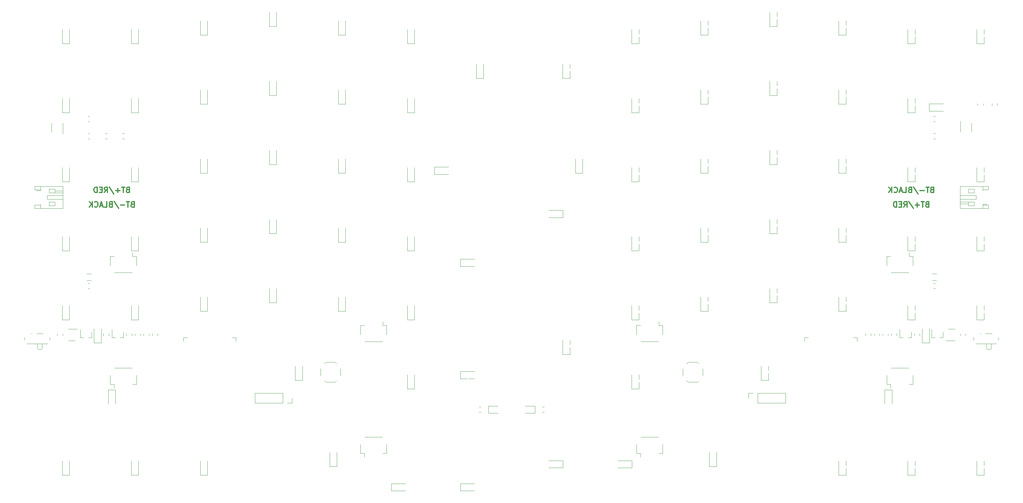
<source format=gbo>
G04 #@! TF.GenerationSoftware,KiCad,Pcbnew,(5.1.10-1-10_14)*
G04 #@! TF.CreationDate,2021-09-12T14:18:21+10:00*
G04 #@! TF.ProjectId,pcb,7063622e-6b69-4636-9164-5f7063625858,rev?*
G04 #@! TF.SameCoordinates,Original*
G04 #@! TF.FileFunction,Legend,Bot*
G04 #@! TF.FilePolarity,Positive*
%FSLAX46Y46*%
G04 Gerber Fmt 4.6, Leading zero omitted, Abs format (unit mm)*
G04 Created by KiCad (PCBNEW (5.1.10-1-10_14)) date 2021-09-12 14:18:21*
%MOMM*%
%LPD*%
G01*
G04 APERTURE LIST*
%ADD10C,0.300000*%
%ADD11C,0.120000*%
%ADD12O,3.400000X3.400000*%
%ADD13C,3.000000*%
%ADD14C,3.987800*%
%ADD15C,1.750000*%
%ADD16R,2.500000X2.550000*%
%ADD17R,1.700000X1.000000*%
%ADD18R,2.550000X2.500000*%
%ADD19C,3.048000*%
%ADD20R,1.524000X0.700000*%
%ADD21R,0.700000X1.524000*%
%ADD22O,1.750000X1.200000*%
%ADD23O,1.700000X1.700000*%
%ADD24R,1.700000X1.700000*%
%ADD25C,0.787400*%
%ADD26R,1.200000X0.900000*%
%ADD27C,2.000000*%
%ADD28R,2.000000X3.200000*%
%ADD29R,2.000000X2.000000*%
%ADD30R,3.200000X2.000000*%
%ADD31R,2.450000X0.600000*%
%ADD32R,2.450000X0.300000*%
%ADD33C,0.650000*%
%ADD34R,0.800000X0.900000*%
%ADD35R,1.060000X0.650000*%
%ADD36R,1.000000X0.800000*%
%ADD37R,0.700000X1.500000*%
%ADD38C,0.900000*%
%ADD39R,0.900000X1.200000*%
%ADD40R,1.000000X1.400000*%
%ADD41R,1.200000X1.400000*%
G04 APERTURE END LIST*
D10*
X20232142Y-42549107D02*
X20017857Y-42620535D01*
X19946428Y-42691964D01*
X19875000Y-42834821D01*
X19875000Y-43049107D01*
X19946428Y-43191964D01*
X20017857Y-43263392D01*
X20160714Y-43334821D01*
X20732142Y-43334821D01*
X20732142Y-41834821D01*
X20232142Y-41834821D01*
X20089285Y-41906250D01*
X20017857Y-41977678D01*
X19946428Y-42120535D01*
X19946428Y-42263392D01*
X20017857Y-42406250D01*
X20089285Y-42477678D01*
X20232142Y-42549107D01*
X20732142Y-42549107D01*
X19446428Y-41834821D02*
X18589285Y-41834821D01*
X19017857Y-43334821D02*
X19017857Y-41834821D01*
X18089285Y-42763392D02*
X16946428Y-42763392D01*
X17517857Y-43334821D02*
X17517857Y-42191964D01*
X15160714Y-41763392D02*
X16446428Y-43691964D01*
X13803571Y-43334821D02*
X14303571Y-42620535D01*
X14660714Y-43334821D02*
X14660714Y-41834821D01*
X14089285Y-41834821D01*
X13946428Y-41906250D01*
X13875000Y-41977678D01*
X13803571Y-42120535D01*
X13803571Y-42334821D01*
X13875000Y-42477678D01*
X13946428Y-42549107D01*
X14089285Y-42620535D01*
X14660714Y-42620535D01*
X13160714Y-42549107D02*
X12660714Y-42549107D01*
X12446428Y-43334821D02*
X13160714Y-43334821D01*
X13160714Y-41834821D01*
X12446428Y-41834821D01*
X11803571Y-43334821D02*
X11803571Y-41834821D01*
X11446428Y-41834821D01*
X11232142Y-41906250D01*
X11089285Y-42049107D01*
X11017857Y-42191964D01*
X10946428Y-42477678D01*
X10946428Y-42691964D01*
X11017857Y-42977678D01*
X11089285Y-43120535D01*
X11232142Y-43263392D01*
X11446428Y-43334821D01*
X11803571Y-43334821D01*
X21553571Y-46549107D02*
X21339285Y-46620535D01*
X21267857Y-46691964D01*
X21196428Y-46834821D01*
X21196428Y-47049107D01*
X21267857Y-47191964D01*
X21339285Y-47263392D01*
X21482142Y-47334821D01*
X22053571Y-47334821D01*
X22053571Y-45834821D01*
X21553571Y-45834821D01*
X21410714Y-45906250D01*
X21339285Y-45977678D01*
X21267857Y-46120535D01*
X21267857Y-46263392D01*
X21339285Y-46406250D01*
X21410714Y-46477678D01*
X21553571Y-46549107D01*
X22053571Y-46549107D01*
X20767857Y-45834821D02*
X19910714Y-45834821D01*
X20339285Y-47334821D02*
X20339285Y-45834821D01*
X19410714Y-46763392D02*
X18267857Y-46763392D01*
X16482142Y-45763392D02*
X17767857Y-47691964D01*
X15482142Y-46549107D02*
X15267857Y-46620535D01*
X15196428Y-46691964D01*
X15125000Y-46834821D01*
X15125000Y-47049107D01*
X15196428Y-47191964D01*
X15267857Y-47263392D01*
X15410714Y-47334821D01*
X15982142Y-47334821D01*
X15982142Y-45834821D01*
X15482142Y-45834821D01*
X15339285Y-45906250D01*
X15267857Y-45977678D01*
X15196428Y-46120535D01*
X15196428Y-46263392D01*
X15267857Y-46406250D01*
X15339285Y-46477678D01*
X15482142Y-46549107D01*
X15982142Y-46549107D01*
X13767857Y-47334821D02*
X14482142Y-47334821D01*
X14482142Y-45834821D01*
X13339285Y-46906250D02*
X12625000Y-46906250D01*
X13482142Y-47334821D02*
X12982142Y-45834821D01*
X12482142Y-47334821D01*
X11125000Y-47191964D02*
X11196428Y-47263392D01*
X11410714Y-47334821D01*
X11553571Y-47334821D01*
X11767857Y-47263392D01*
X11910714Y-47120535D01*
X11982142Y-46977678D01*
X12053571Y-46691964D01*
X12053571Y-46477678D01*
X11982142Y-46191964D01*
X11910714Y-46049107D01*
X11767857Y-45906250D01*
X11553571Y-45834821D01*
X11410714Y-45834821D01*
X11196428Y-45906250D01*
X11125000Y-45977678D01*
X10482142Y-47334821D02*
X10482142Y-45834821D01*
X9625000Y-47334821D02*
X10267857Y-46477678D01*
X9625000Y-45834821D02*
X10482142Y-46691964D01*
X240894642Y-46549107D02*
X240680357Y-46620535D01*
X240608928Y-46691964D01*
X240537500Y-46834821D01*
X240537500Y-47049107D01*
X240608928Y-47191964D01*
X240680357Y-47263392D01*
X240823214Y-47334821D01*
X241394642Y-47334821D01*
X241394642Y-45834821D01*
X240894642Y-45834821D01*
X240751785Y-45906250D01*
X240680357Y-45977678D01*
X240608928Y-46120535D01*
X240608928Y-46263392D01*
X240680357Y-46406250D01*
X240751785Y-46477678D01*
X240894642Y-46549107D01*
X241394642Y-46549107D01*
X240108928Y-45834821D02*
X239251785Y-45834821D01*
X239680357Y-47334821D02*
X239680357Y-45834821D01*
X238751785Y-46763392D02*
X237608928Y-46763392D01*
X238180357Y-47334821D02*
X238180357Y-46191964D01*
X235823214Y-45763392D02*
X237108928Y-47691964D01*
X234466071Y-47334821D02*
X234966071Y-46620535D01*
X235323214Y-47334821D02*
X235323214Y-45834821D01*
X234751785Y-45834821D01*
X234608928Y-45906250D01*
X234537500Y-45977678D01*
X234466071Y-46120535D01*
X234466071Y-46334821D01*
X234537500Y-46477678D01*
X234608928Y-46549107D01*
X234751785Y-46620535D01*
X235323214Y-46620535D01*
X233823214Y-46549107D02*
X233323214Y-46549107D01*
X233108928Y-47334821D02*
X233823214Y-47334821D01*
X233823214Y-45834821D01*
X233108928Y-45834821D01*
X232466071Y-47334821D02*
X232466071Y-45834821D01*
X232108928Y-45834821D01*
X231894642Y-45906250D01*
X231751785Y-46049107D01*
X231680357Y-46191964D01*
X231608928Y-46477678D01*
X231608928Y-46691964D01*
X231680357Y-46977678D01*
X231751785Y-47120535D01*
X231894642Y-47263392D01*
X232108928Y-47334821D01*
X232466071Y-47334821D01*
X242216071Y-42549107D02*
X242001785Y-42620535D01*
X241930357Y-42691964D01*
X241858928Y-42834821D01*
X241858928Y-43049107D01*
X241930357Y-43191964D01*
X242001785Y-43263392D01*
X242144642Y-43334821D01*
X242716071Y-43334821D01*
X242716071Y-41834821D01*
X242216071Y-41834821D01*
X242073214Y-41906250D01*
X242001785Y-41977678D01*
X241930357Y-42120535D01*
X241930357Y-42263392D01*
X242001785Y-42406250D01*
X242073214Y-42477678D01*
X242216071Y-42549107D01*
X242716071Y-42549107D01*
X241430357Y-41834821D02*
X240573214Y-41834821D01*
X241001785Y-43334821D02*
X241001785Y-41834821D01*
X240073214Y-42763392D02*
X238930357Y-42763392D01*
X237144642Y-41763392D02*
X238430357Y-43691964D01*
X236144642Y-42549107D02*
X235930357Y-42620535D01*
X235858928Y-42691964D01*
X235787500Y-42834821D01*
X235787500Y-43049107D01*
X235858928Y-43191964D01*
X235930357Y-43263392D01*
X236073214Y-43334821D01*
X236644642Y-43334821D01*
X236644642Y-41834821D01*
X236144642Y-41834821D01*
X236001785Y-41906250D01*
X235930357Y-41977678D01*
X235858928Y-42120535D01*
X235858928Y-42263392D01*
X235930357Y-42406250D01*
X236001785Y-42477678D01*
X236144642Y-42549107D01*
X236644642Y-42549107D01*
X234430357Y-43334821D02*
X235144642Y-43334821D01*
X235144642Y-41834821D01*
X234001785Y-42906250D02*
X233287500Y-42906250D01*
X234144642Y-43334821D02*
X233644642Y-41834821D01*
X233144642Y-43334821D01*
X231787500Y-43191964D02*
X231858928Y-43263392D01*
X232073214Y-43334821D01*
X232216071Y-43334821D01*
X232430357Y-43263392D01*
X232573214Y-43120535D01*
X232644642Y-42977678D01*
X232716071Y-42691964D01*
X232716071Y-42477678D01*
X232644642Y-42191964D01*
X232573214Y-42049107D01*
X232430357Y-41906250D01*
X232216071Y-41834821D01*
X232073214Y-41834821D01*
X231858928Y-41906250D01*
X231787500Y-41977678D01*
X231144642Y-43334821D02*
X231144642Y-41834821D01*
X230287500Y-43334821D02*
X230930357Y-42477678D01*
X230287500Y-41834821D02*
X231144642Y-42691964D01*
D11*
X77450000Y-90118750D02*
X74950000Y-90118750D01*
X78950000Y-91868750D02*
X78950000Y-93868750D01*
X77450000Y-95618750D02*
X74950000Y-95618750D01*
X73450000Y-91868750D02*
X73450000Y-93868750D01*
X77900000Y-90568750D02*
X77450000Y-90118750D01*
X74500000Y-90568750D02*
X74950000Y-90118750D01*
X74500000Y-95168750D02*
X74950000Y-95618750D01*
X77900000Y-95168750D02*
X77450000Y-95618750D01*
X208062500Y-83368750D02*
X207062500Y-83368750D01*
X220562500Y-83368750D02*
X221562500Y-83368750D01*
X221562500Y-84368750D02*
X221562500Y-83368750D01*
X207062500Y-84368750D02*
X207062500Y-83368750D01*
X256241250Y-46516250D02*
X257456250Y-46516250D01*
X252281250Y-46456250D02*
X250021250Y-46456250D01*
X252281250Y-45956250D02*
X250021250Y-45956250D01*
X253881250Y-43356250D02*
X253881250Y-42356250D01*
X252281250Y-43356250D02*
X253881250Y-43356250D01*
X252281250Y-42356250D02*
X252281250Y-43356250D01*
X253881250Y-42356250D02*
X252281250Y-42356250D01*
X253881250Y-45956250D02*
X253881250Y-46956250D01*
X252281250Y-45956250D02*
X253881250Y-45956250D01*
X252281250Y-46956250D02*
X252281250Y-45956250D01*
X253881250Y-46956250D02*
X252281250Y-46956250D01*
X256241250Y-41596250D02*
X256241250Y-42516250D01*
X256241250Y-47716250D02*
X256241250Y-46796250D01*
X254381250Y-44156250D02*
X250021250Y-44156250D01*
X254381250Y-45156250D02*
X254381250Y-44156250D01*
X250021250Y-45156250D02*
X254381250Y-45156250D01*
X256241250Y-42516250D02*
X256241250Y-42796250D01*
X257841250Y-42516250D02*
X256241250Y-42516250D01*
X257841250Y-41596250D02*
X257841250Y-42516250D01*
X250021250Y-41596250D02*
X257841250Y-41596250D01*
X250021250Y-47716250D02*
X250021250Y-41596250D01*
X257841250Y-47716250D02*
X250021250Y-47716250D01*
X257841250Y-46796250D02*
X257841250Y-47716250D01*
X256241250Y-46796250D02*
X257841250Y-46796250D01*
X256241250Y-46516250D02*
X256241250Y-46796250D01*
X-3828750Y-42796250D02*
X-5043750Y-42796250D01*
X131250Y-42856250D02*
X2391250Y-42856250D01*
X131250Y-43356250D02*
X2391250Y-43356250D01*
X-1468750Y-45956250D02*
X-1468750Y-46956250D01*
X131250Y-45956250D02*
X-1468750Y-45956250D01*
X131250Y-46956250D02*
X131250Y-45956250D01*
X-1468750Y-46956250D02*
X131250Y-46956250D01*
X-1468750Y-43356250D02*
X-1468750Y-42356250D01*
X131250Y-43356250D02*
X-1468750Y-43356250D01*
X131250Y-42356250D02*
X131250Y-43356250D01*
X-1468750Y-42356250D02*
X131250Y-42356250D01*
X-3828750Y-47716250D02*
X-3828750Y-46796250D01*
X-3828750Y-41596250D02*
X-3828750Y-42516250D01*
X-1968750Y-45156250D02*
X2391250Y-45156250D01*
X-1968750Y-44156250D02*
X-1968750Y-45156250D01*
X2391250Y-44156250D02*
X-1968750Y-44156250D01*
X-3828750Y-46796250D02*
X-3828750Y-46516250D01*
X-5428750Y-46796250D02*
X-3828750Y-46796250D01*
X-5428750Y-47716250D02*
X-5428750Y-46796250D01*
X2391250Y-47716250D02*
X-5428750Y-47716250D01*
X2391250Y-41596250D02*
X2391250Y-47716250D01*
X-5428750Y-41596250D02*
X2391250Y-41596250D01*
X-5428750Y-42516250D02*
X-5428750Y-41596250D01*
X-3828750Y-42516250D02*
X-5428750Y-42516250D01*
X-3828750Y-42796250D02*
X-3828750Y-42516250D01*
X201831250Y-98682500D02*
X201831250Y-101342500D01*
X194151250Y-98682500D02*
X201831250Y-98682500D01*
X194151250Y-101342500D02*
X201831250Y-101342500D01*
X194151250Y-98682500D02*
X194151250Y-101342500D01*
X192881250Y-98682500D02*
X191551250Y-98682500D01*
X191551250Y-98682500D02*
X191551250Y-100012500D01*
X12906250Y-84800000D02*
X10906250Y-84800000D01*
X10906250Y-84800000D02*
X10906250Y-80900000D01*
X12906250Y-84800000D02*
X12906250Y-80900000D01*
X36612500Y-83368750D02*
X35612500Y-83368750D01*
X49112500Y-83368750D02*
X50112500Y-83368750D01*
X50112500Y-84368750D02*
X50112500Y-83368750D01*
X35612500Y-84368750D02*
X35612500Y-83368750D01*
X230128750Y-82777064D02*
X230128750Y-82322936D01*
X228658750Y-82777064D02*
X228658750Y-82322936D01*
X251560000Y-82777064D02*
X251560000Y-82322936D01*
X250090000Y-82777064D02*
X250090000Y-82322936D01*
X167916250Y-82471250D02*
X167916250Y-79971250D01*
X167916250Y-79971250D02*
X166866250Y-79971250D01*
X166866250Y-79971250D02*
X166866250Y-78981250D01*
X160696250Y-82471250D02*
X160696250Y-79971250D01*
X160696250Y-79971250D02*
X161746250Y-79971250D01*
X166746250Y-84441250D02*
X161866250Y-84441250D01*
X160696250Y-112791250D02*
X160696250Y-115291250D01*
X160696250Y-115291250D02*
X161746250Y-115291250D01*
X161746250Y-115291250D02*
X161746250Y-116281250D01*
X167916250Y-112791250D02*
X167916250Y-115291250D01*
X167916250Y-115291250D02*
X166866250Y-115291250D01*
X161866250Y-110821250D02*
X166746250Y-110821250D01*
X229752500Y-93741250D02*
X229752500Y-96241250D01*
X229752500Y-96241250D02*
X230802500Y-96241250D01*
X230802500Y-96241250D02*
X230802500Y-97231250D01*
X236972500Y-93741250D02*
X236972500Y-96241250D01*
X236972500Y-96241250D02*
X235922500Y-96241250D01*
X230922500Y-91771250D02*
X235802500Y-91771250D01*
X236972500Y-63421250D02*
X236972500Y-60921250D01*
X236972500Y-60921250D02*
X235922500Y-60921250D01*
X235922500Y-60921250D02*
X235922500Y-59931250D01*
X229752500Y-63421250D02*
X229752500Y-60921250D01*
X229752500Y-60921250D02*
X230802500Y-60921250D01*
X235802500Y-65391250D02*
X230922500Y-65391250D01*
X84496250Y-112791250D02*
X84496250Y-115291250D01*
X84496250Y-115291250D02*
X85546250Y-115291250D01*
X85546250Y-115291250D02*
X85546250Y-116281250D01*
X91716250Y-112791250D02*
X91716250Y-115291250D01*
X91716250Y-115291250D02*
X90666250Y-115291250D01*
X85666250Y-110821250D02*
X90546250Y-110821250D01*
X91716250Y-82471250D02*
X91716250Y-79971250D01*
X91716250Y-79971250D02*
X90666250Y-79971250D01*
X90666250Y-79971250D02*
X90666250Y-78981250D01*
X84496250Y-82471250D02*
X84496250Y-79971250D01*
X84496250Y-79971250D02*
X85546250Y-79971250D01*
X90546250Y-84441250D02*
X85666250Y-84441250D01*
X22660000Y-63421250D02*
X22660000Y-60921250D01*
X22660000Y-60921250D02*
X21610000Y-60921250D01*
X21610000Y-60921250D02*
X21610000Y-59931250D01*
X15440000Y-63421250D02*
X15440000Y-60921250D01*
X15440000Y-60921250D02*
X16490000Y-60921250D01*
X21490000Y-65391250D02*
X16610000Y-65391250D01*
X15440000Y-93741250D02*
X15440000Y-96241250D01*
X15440000Y-96241250D02*
X16490000Y-96241250D01*
X16490000Y-96241250D02*
X16490000Y-97231250D01*
X22660000Y-93741250D02*
X22660000Y-96241250D01*
X22660000Y-96241250D02*
X21610000Y-96241250D01*
X16610000Y-91771250D02*
X21490000Y-91771250D01*
X177462500Y-90118750D02*
X174962500Y-90118750D01*
X178962500Y-91868750D02*
X178962500Y-93868750D01*
X177462500Y-95618750D02*
X174962500Y-95618750D01*
X173462500Y-91868750D02*
X173462500Y-93868750D01*
X177912500Y-90568750D02*
X177462500Y-90118750D01*
X174512500Y-90568750D02*
X174962500Y-90118750D01*
X174512500Y-95168750D02*
X174962500Y-95618750D01*
X177912500Y-95168750D02*
X177462500Y-95618750D01*
X161337500Y-40350000D02*
X159337500Y-40350000D01*
X159337500Y-40350000D02*
X159337500Y-36450000D01*
X161337500Y-40350000D02*
X161337500Y-36450000D01*
X236530000Y-83310000D02*
X235600000Y-83310000D01*
X233370000Y-83310000D02*
X234300000Y-83310000D01*
X233370000Y-83310000D02*
X233370000Y-81150000D01*
X236530000Y-83310000D02*
X236530000Y-81850000D01*
X246750000Y-80940000D02*
X248550000Y-80940000D01*
X248550000Y-84160000D02*
X246100000Y-84160000D01*
X5662500Y-84160000D02*
X3862500Y-84160000D01*
X3862500Y-80940000D02*
X6312500Y-80940000D01*
X19042500Y-83310000D02*
X18112500Y-83310000D01*
X15882500Y-83310000D02*
X16812500Y-83310000D01*
X15882500Y-83310000D02*
X15882500Y-81150000D01*
X19042500Y-83310000D02*
X19042500Y-81850000D01*
X255775000Y-82223750D02*
X255575000Y-82223750D01*
X258575000Y-86363750D02*
X258375000Y-86573750D01*
X257275000Y-86363750D02*
X257475000Y-86573750D01*
X258575000Y-85073750D02*
X258575000Y-86363750D01*
X258375000Y-86573750D02*
X257475000Y-86573750D01*
X257275000Y-86363750D02*
X257275000Y-85073750D01*
X260025000Y-85073750D02*
X254325000Y-85073750D01*
X258775000Y-82223750D02*
X257075000Y-82223750D01*
X260625000Y-83273750D02*
X260625000Y-84063750D01*
X253725000Y-84063750D02*
X253725000Y-83273750D01*
X-6162500Y-82223750D02*
X-6362500Y-82223750D01*
X-3362500Y-86363750D02*
X-3562500Y-86573750D01*
X-4662500Y-86363750D02*
X-4462500Y-86573750D01*
X-3362500Y-85073750D02*
X-3362500Y-86363750D01*
X-3562500Y-86573750D02*
X-4462500Y-86573750D01*
X-4662500Y-86363750D02*
X-4662500Y-85073750D01*
X-1912500Y-85073750D02*
X-7612500Y-85073750D01*
X-3162500Y-82223750D02*
X-4862500Y-82223750D01*
X-1312500Y-83273750D02*
X-1312500Y-84063750D01*
X-8212500Y-84063750D02*
X-8212500Y-83273750D01*
X242660436Y-69791250D02*
X243114564Y-69791250D01*
X242660436Y-68321250D02*
X243114564Y-68321250D01*
X134710436Y-103922500D02*
X135164564Y-103922500D01*
X134710436Y-102452500D02*
X135164564Y-102452500D01*
X226277500Y-82322936D02*
X226277500Y-82777064D01*
X227747500Y-82322936D02*
X227747500Y-82777064D01*
X242660436Y-28516250D02*
X243114564Y-28516250D01*
X242660436Y-27046250D02*
X243114564Y-27046250D01*
X242660436Y-23753750D02*
X243114564Y-23753750D01*
X242660436Y-22283750D02*
X243114564Y-22283750D01*
X117702064Y-102452500D02*
X117247936Y-102452500D01*
X117702064Y-103922500D02*
X117247936Y-103922500D01*
X23753750Y-82777064D02*
X23753750Y-82322936D01*
X22283750Y-82777064D02*
X22283750Y-82322936D01*
X24665000Y-82322936D02*
X24665000Y-82777064D01*
X26135000Y-82322936D02*
X26135000Y-82777064D01*
X14060436Y-28516250D02*
X14514564Y-28516250D01*
X14060436Y-27046250D02*
X14514564Y-27046250D01*
X9752064Y-22283750D02*
X9297936Y-22283750D01*
X9752064Y-23753750D02*
X9297936Y-23753750D01*
X254852500Y-18822936D02*
X254852500Y-19277064D01*
X256322500Y-18822936D02*
X256322500Y-19277064D01*
X2322500Y-82777064D02*
X2322500Y-82322936D01*
X852500Y-82777064D02*
X852500Y-82322936D01*
X9297936Y-69791250D02*
X9752064Y-69791250D01*
X9297936Y-68321250D02*
X9752064Y-68321250D01*
X9752064Y-27046250D02*
X9297936Y-27046250D01*
X9752064Y-28516250D02*
X9297936Y-28516250D01*
X245261250Y-83310000D02*
X244331250Y-83310000D01*
X242101250Y-83310000D02*
X243031250Y-83310000D01*
X242101250Y-83310000D02*
X242101250Y-81150000D01*
X245261250Y-83310000D02*
X245261250Y-81850000D01*
X10311250Y-83310000D02*
X9381250Y-83310000D01*
X7151250Y-83310000D02*
X8081250Y-83310000D01*
X7151250Y-83310000D02*
X7151250Y-81150000D01*
X10311250Y-83310000D02*
X10311250Y-81850000D01*
X55343750Y-101342500D02*
X55343750Y-98682500D01*
X63023750Y-101342500D02*
X55343750Y-101342500D01*
X63023750Y-98682500D02*
X55343750Y-98682500D01*
X63023750Y-101342500D02*
X63023750Y-98682500D01*
X64293750Y-101342500D02*
X65623750Y-101342500D01*
X65623750Y-101342500D02*
X65623750Y-100012500D01*
X242285436Y-67585000D02*
X243489564Y-67585000D01*
X242285436Y-65765000D02*
X243489564Y-65765000D01*
X8922936Y-67585000D02*
X10127064Y-67585000D01*
X8922936Y-65765000D02*
X10127064Y-65765000D01*
X182768750Y-118931250D02*
X180768750Y-118931250D01*
X180768750Y-118931250D02*
X180768750Y-115031250D01*
X182768750Y-118931250D02*
X182768750Y-115031250D01*
X159412500Y-117268750D02*
X159412500Y-119268750D01*
X159412500Y-119268750D02*
X155512500Y-119268750D01*
X159412500Y-117268750D02*
X155512500Y-117268750D01*
X256587500Y-78450000D02*
X254587500Y-78450000D01*
X254587500Y-78450000D02*
X254587500Y-74550000D01*
X256587500Y-78450000D02*
X256587500Y-74550000D01*
X256587500Y-59400000D02*
X254587500Y-59400000D01*
X254587500Y-59400000D02*
X254587500Y-55500000D01*
X256587500Y-59400000D02*
X256587500Y-55500000D01*
X256587500Y-40350000D02*
X254587500Y-40350000D01*
X254587500Y-40350000D02*
X254587500Y-36450000D01*
X256587500Y-40350000D02*
X256587500Y-36450000D01*
X241431250Y-20843750D02*
X241431250Y-18843750D01*
X241431250Y-18843750D02*
X245331250Y-18843750D01*
X241431250Y-20843750D02*
X245331250Y-20843750D01*
X256587500Y-2250000D02*
X254587500Y-2250000D01*
X254587500Y-2250000D02*
X254587500Y1650000D01*
X256587500Y-2250000D02*
X256587500Y1650000D01*
X140362500Y-117268750D02*
X140362500Y-119268750D01*
X140362500Y-119268750D02*
X136462500Y-119268750D01*
X140362500Y-117268750D02*
X136462500Y-117268750D01*
X237537500Y-78450000D02*
X235537500Y-78450000D01*
X235537500Y-78450000D02*
X235537500Y-74550000D01*
X237537500Y-78450000D02*
X237537500Y-74550000D01*
X237537500Y-59400000D02*
X235537500Y-59400000D01*
X235537500Y-59400000D02*
X235537500Y-55500000D01*
X237537500Y-59400000D02*
X237537500Y-55500000D01*
X237537500Y-40350000D02*
X235537500Y-40350000D01*
X235537500Y-40350000D02*
X235537500Y-36450000D01*
X237537500Y-40350000D02*
X237537500Y-36450000D01*
X237537500Y-21300000D02*
X235537500Y-21300000D01*
X235537500Y-21300000D02*
X235537500Y-17400000D01*
X237537500Y-21300000D02*
X237537500Y-17400000D01*
X237537500Y-2250000D02*
X235537500Y-2250000D01*
X235537500Y-2250000D02*
X235537500Y1650000D01*
X237537500Y-2250000D02*
X237537500Y1650000D01*
X218487500Y-76068750D02*
X216487500Y-76068750D01*
X216487500Y-76068750D02*
X216487500Y-72168750D01*
X218487500Y-76068750D02*
X218487500Y-72168750D01*
X218487500Y-57018750D02*
X216487500Y-57018750D01*
X216487500Y-57018750D02*
X216487500Y-53118750D01*
X218487500Y-57018750D02*
X218487500Y-53118750D01*
X218487500Y-37968750D02*
X216487500Y-37968750D01*
X216487500Y-37968750D02*
X216487500Y-34068750D01*
X218487500Y-37968750D02*
X218487500Y-34068750D01*
X218487500Y-18918750D02*
X216487500Y-18918750D01*
X216487500Y-18918750D02*
X216487500Y-15018750D01*
X218487500Y-18918750D02*
X218487500Y-15018750D01*
X218487500Y131250D02*
X216487500Y131250D01*
X216487500Y131250D02*
X216487500Y4031250D01*
X218487500Y131250D02*
X218487500Y4031250D01*
X197056250Y-95118750D02*
X195056250Y-95118750D01*
X195056250Y-95118750D02*
X195056250Y-91218750D01*
X197056250Y-95118750D02*
X197056250Y-91218750D01*
X199437500Y-73687500D02*
X197437500Y-73687500D01*
X197437500Y-73687500D02*
X197437500Y-69787500D01*
X199437500Y-73687500D02*
X199437500Y-69787500D01*
X199437500Y-54637500D02*
X197437500Y-54637500D01*
X197437500Y-54637500D02*
X197437500Y-50737500D01*
X199437500Y-54637500D02*
X199437500Y-50737500D01*
X199437500Y-35587500D02*
X197437500Y-35587500D01*
X197437500Y-35587500D02*
X197437500Y-31687500D01*
X199437500Y-35587500D02*
X199437500Y-31687500D01*
X199437500Y-16537500D02*
X197437500Y-16537500D01*
X197437500Y-16537500D02*
X197437500Y-12637500D01*
X199437500Y-16537500D02*
X199437500Y-12637500D01*
X199437500Y2512500D02*
X197437500Y2512500D01*
X197437500Y2512500D02*
X197437500Y6412500D01*
X199437500Y2512500D02*
X199437500Y6412500D01*
X256587500Y-121312500D02*
X254587500Y-121312500D01*
X254587500Y-121312500D02*
X254587500Y-117412500D01*
X256587500Y-121312500D02*
X256587500Y-117412500D01*
X180387500Y-76068750D02*
X178387500Y-76068750D01*
X178387500Y-76068750D02*
X178387500Y-72168750D01*
X180387500Y-76068750D02*
X180387500Y-72168750D01*
X180387500Y-57018750D02*
X178387500Y-57018750D01*
X178387500Y-57018750D02*
X178387500Y-53118750D01*
X180387500Y-57018750D02*
X180387500Y-53118750D01*
X180387500Y-37968750D02*
X178387500Y-37968750D01*
X178387500Y-37968750D02*
X178387500Y-34068750D01*
X180387500Y-37968750D02*
X180387500Y-34068750D01*
X180387500Y-18918750D02*
X178387500Y-18918750D01*
X178387500Y-18918750D02*
X178387500Y-15018750D01*
X180387500Y-18918750D02*
X180387500Y-15018750D01*
X180387500Y131250D02*
X178387500Y131250D01*
X178387500Y131250D02*
X178387500Y4031250D01*
X180387500Y131250D02*
X180387500Y4031250D01*
X237537500Y-121312500D02*
X235537500Y-121312500D01*
X235537500Y-121312500D02*
X235537500Y-117412500D01*
X237537500Y-121312500D02*
X237537500Y-117412500D01*
X229187500Y-97762500D02*
X231187500Y-97762500D01*
X231187500Y-97762500D02*
X231187500Y-101662500D01*
X229187500Y-97762500D02*
X229187500Y-101662500D01*
X241506250Y-84800000D02*
X239506250Y-84800000D01*
X239506250Y-84800000D02*
X239506250Y-80900000D01*
X241506250Y-84800000D02*
X241506250Y-80900000D01*
X161337500Y-97500000D02*
X159337500Y-97500000D01*
X159337500Y-97500000D02*
X159337500Y-93600000D01*
X161337500Y-97500000D02*
X161337500Y-93600000D01*
X161337500Y-78450000D02*
X159337500Y-78450000D01*
X159337500Y-78450000D02*
X159337500Y-74550000D01*
X161337500Y-78450000D02*
X161337500Y-74550000D01*
X161337500Y-59400000D02*
X159337500Y-59400000D01*
X159337500Y-59400000D02*
X159337500Y-55500000D01*
X161337500Y-59400000D02*
X161337500Y-55500000D01*
X161337500Y-21300000D02*
X159337500Y-21300000D01*
X159337500Y-21300000D02*
X159337500Y-17400000D01*
X161337500Y-21300000D02*
X161337500Y-17400000D01*
X161337500Y-2250000D02*
X159337500Y-2250000D01*
X159337500Y-2250000D02*
X159337500Y1650000D01*
X161337500Y-2250000D02*
X161337500Y1650000D01*
X218487500Y-121312500D02*
X216487500Y-121312500D01*
X216487500Y-121312500D02*
X216487500Y-117412500D01*
X218487500Y-121312500D02*
X218487500Y-117412500D01*
X142287500Y-87975000D02*
X140287500Y-87975000D01*
X140287500Y-87975000D02*
X140287500Y-84075000D01*
X142287500Y-87975000D02*
X142287500Y-84075000D01*
X140362500Y-48212500D02*
X140362500Y-50212500D01*
X140362500Y-50212500D02*
X136462500Y-50212500D01*
X140362500Y-48212500D02*
X136462500Y-48212500D01*
X145822500Y-37980000D02*
X143822500Y-37980000D01*
X143822500Y-37980000D02*
X143822500Y-34080000D01*
X145822500Y-37980000D02*
X145822500Y-34080000D01*
X142287500Y-11775000D02*
X140287500Y-11775000D01*
X140287500Y-11775000D02*
X140287500Y-7875000D01*
X142287500Y-11775000D02*
X142287500Y-7875000D01*
X129968750Y-102227500D02*
X132653750Y-102227500D01*
X132653750Y-102227500D02*
X132653750Y-104147500D01*
X132653750Y-104147500D02*
X129968750Y-104147500D01*
X253168750Y-24200000D02*
X253168750Y-26600000D01*
X250068750Y-26600000D02*
X250068750Y-23650000D01*
X112050000Y-125618750D02*
X112050000Y-123618750D01*
X112050000Y-123618750D02*
X115950000Y-123618750D01*
X112050000Y-125618750D02*
X115950000Y-125618750D01*
X112050000Y-94662500D02*
X112050000Y-92662500D01*
X112050000Y-92662500D02*
X115950000Y-92662500D01*
X112050000Y-94662500D02*
X115950000Y-94662500D01*
X112050000Y-63706250D02*
X112050000Y-61706250D01*
X112050000Y-61706250D02*
X115950000Y-61706250D01*
X112050000Y-63706250D02*
X115950000Y-63706250D01*
X104906250Y-38306250D02*
X104906250Y-36306250D01*
X104906250Y-36306250D02*
X108806250Y-36306250D01*
X104906250Y-38306250D02*
X108806250Y-38306250D01*
X118475000Y-11775000D02*
X116475000Y-11775000D01*
X116475000Y-11775000D02*
X116475000Y-7875000D01*
X118475000Y-11775000D02*
X118475000Y-7875000D01*
X93000000Y-125618750D02*
X93000000Y-123618750D01*
X93000000Y-123618750D02*
X96900000Y-123618750D01*
X93000000Y-125618750D02*
X96900000Y-125618750D01*
X-756250Y-26600000D02*
X-756250Y-24200000D01*
X2343750Y-24200000D02*
X2343750Y-27150000D01*
X122443750Y-104147500D02*
X119758750Y-104147500D01*
X119758750Y-104147500D02*
X119758750Y-102227500D01*
X119758750Y-102227500D02*
X122443750Y-102227500D01*
X99425000Y-97500000D02*
X97425000Y-97500000D01*
X97425000Y-97500000D02*
X97425000Y-93600000D01*
X99425000Y-97500000D02*
X99425000Y-93600000D01*
X99425000Y-78450000D02*
X97425000Y-78450000D01*
X97425000Y-78450000D02*
X97425000Y-74550000D01*
X99425000Y-78450000D02*
X99425000Y-74550000D01*
X99425000Y-59400000D02*
X97425000Y-59400000D01*
X97425000Y-59400000D02*
X97425000Y-55500000D01*
X99425000Y-59400000D02*
X99425000Y-55500000D01*
X99425000Y-40350000D02*
X97425000Y-40350000D01*
X97425000Y-40350000D02*
X97425000Y-36450000D01*
X99425000Y-40350000D02*
X99425000Y-36450000D01*
X99425000Y-21300000D02*
X97425000Y-21300000D01*
X97425000Y-21300000D02*
X97425000Y-17400000D01*
X99425000Y-21300000D02*
X99425000Y-17400000D01*
X99425000Y-2250000D02*
X97425000Y-2250000D01*
X97425000Y-2250000D02*
X97425000Y1650000D01*
X99425000Y-2250000D02*
X99425000Y1650000D01*
X77993750Y-118931250D02*
X75993750Y-118931250D01*
X75993750Y-118931250D02*
X75993750Y-115031250D01*
X77993750Y-118931250D02*
X77993750Y-115031250D01*
X80375000Y-76068750D02*
X78375000Y-76068750D01*
X78375000Y-76068750D02*
X78375000Y-72168750D01*
X80375000Y-76068750D02*
X80375000Y-72168750D01*
X80375000Y-57018750D02*
X78375000Y-57018750D01*
X78375000Y-57018750D02*
X78375000Y-53118750D01*
X80375000Y-57018750D02*
X80375000Y-53118750D01*
X80375000Y-37968750D02*
X78375000Y-37968750D01*
X78375000Y-37968750D02*
X78375000Y-34068750D01*
X80375000Y-37968750D02*
X80375000Y-34068750D01*
X80375000Y-18918750D02*
X78375000Y-18918750D01*
X78375000Y-18918750D02*
X78375000Y-15018750D01*
X80375000Y-18918750D02*
X80375000Y-15018750D01*
X80375000Y131250D02*
X78375000Y131250D01*
X78375000Y131250D02*
X78375000Y4031250D01*
X80375000Y131250D02*
X80375000Y4031250D01*
X68468750Y-95118750D02*
X66468750Y-95118750D01*
X66468750Y-95118750D02*
X66468750Y-91218750D01*
X68468750Y-95118750D02*
X68468750Y-91218750D01*
X61325000Y-73687500D02*
X59325000Y-73687500D01*
X59325000Y-73687500D02*
X59325000Y-69787500D01*
X61325000Y-73687500D02*
X61325000Y-69787500D01*
X61325000Y-54637500D02*
X59325000Y-54637500D01*
X59325000Y-54637500D02*
X59325000Y-50737500D01*
X61325000Y-54637500D02*
X61325000Y-50737500D01*
X61325000Y-35587500D02*
X59325000Y-35587500D01*
X59325000Y-35587500D02*
X59325000Y-31687500D01*
X61325000Y-35587500D02*
X61325000Y-31687500D01*
X61325000Y-16537500D02*
X59325000Y-16537500D01*
X59325000Y-16537500D02*
X59325000Y-12637500D01*
X61325000Y-16537500D02*
X61325000Y-12637500D01*
X61325000Y2512500D02*
X59325000Y2512500D01*
X59325000Y2512500D02*
X59325000Y6412500D01*
X61325000Y2512500D02*
X61325000Y6412500D01*
X42275000Y-76068750D02*
X40275000Y-76068750D01*
X40275000Y-76068750D02*
X40275000Y-72168750D01*
X42275000Y-76068750D02*
X42275000Y-72168750D01*
X42275000Y-57018750D02*
X40275000Y-57018750D01*
X40275000Y-57018750D02*
X40275000Y-53118750D01*
X42275000Y-57018750D02*
X42275000Y-53118750D01*
X42275000Y-37968750D02*
X40275000Y-37968750D01*
X40275000Y-37968750D02*
X40275000Y-34068750D01*
X42275000Y-37968750D02*
X42275000Y-34068750D01*
X42275000Y-18918750D02*
X40275000Y-18918750D01*
X40275000Y-18918750D02*
X40275000Y-15018750D01*
X42275000Y-18918750D02*
X42275000Y-15018750D01*
X42275000Y131250D02*
X40275000Y131250D01*
X40275000Y131250D02*
X40275000Y4031250D01*
X42275000Y131250D02*
X42275000Y4031250D01*
X42275000Y-121312500D02*
X40275000Y-121312500D01*
X40275000Y-121312500D02*
X40275000Y-117412500D01*
X42275000Y-121312500D02*
X42275000Y-117412500D01*
X23225000Y-78450000D02*
X21225000Y-78450000D01*
X21225000Y-78450000D02*
X21225000Y-74550000D01*
X23225000Y-78450000D02*
X23225000Y-74550000D01*
X23225000Y-59400000D02*
X21225000Y-59400000D01*
X21225000Y-59400000D02*
X21225000Y-55500000D01*
X23225000Y-59400000D02*
X23225000Y-55500000D01*
X23225000Y-40350000D02*
X21225000Y-40350000D01*
X21225000Y-40350000D02*
X21225000Y-36450000D01*
X23225000Y-40350000D02*
X23225000Y-36450000D01*
X23225000Y-21300000D02*
X21225000Y-21300000D01*
X21225000Y-21300000D02*
X21225000Y-17400000D01*
X23225000Y-21300000D02*
X23225000Y-17400000D01*
X23225000Y-2250000D02*
X21225000Y-2250000D01*
X21225000Y-2250000D02*
X21225000Y1650000D01*
X23225000Y-2250000D02*
X23225000Y1650000D01*
X23225000Y-121312500D02*
X21225000Y-121312500D01*
X21225000Y-121312500D02*
X21225000Y-117412500D01*
X23225000Y-121312500D02*
X23225000Y-117412500D01*
X14875000Y-97762500D02*
X16875000Y-97762500D01*
X16875000Y-97762500D02*
X16875000Y-101662500D01*
X14875000Y-97762500D02*
X14875000Y-101662500D01*
X4175000Y-78450000D02*
X2175000Y-78450000D01*
X2175000Y-78450000D02*
X2175000Y-74550000D01*
X4175000Y-78450000D02*
X4175000Y-74550000D01*
X4175000Y-59400000D02*
X2175000Y-59400000D01*
X2175000Y-59400000D02*
X2175000Y-55500000D01*
X4175000Y-59400000D02*
X4175000Y-55500000D01*
X4175000Y-40350000D02*
X2175000Y-40350000D01*
X2175000Y-40350000D02*
X2175000Y-36450000D01*
X4175000Y-40350000D02*
X4175000Y-36450000D01*
X4175000Y-21300000D02*
X2175000Y-21300000D01*
X2175000Y-21300000D02*
X2175000Y-17400000D01*
X4175000Y-21300000D02*
X4175000Y-17400000D01*
X4175000Y-2250000D02*
X2175000Y-2250000D01*
X2175000Y-2250000D02*
X2175000Y1650000D01*
X4175000Y-2250000D02*
X4175000Y1650000D01*
X4175000Y-121312500D02*
X2175000Y-121312500D01*
X2175000Y-121312500D02*
X2175000Y-117412500D01*
X4175000Y-121312500D02*
X4175000Y-117412500D01*
X232510000Y-82811252D02*
X232510000Y-82288748D01*
X231040000Y-82811252D02*
X231040000Y-82288748D01*
X237390000Y-82288748D02*
X237390000Y-82811252D01*
X238860000Y-82288748D02*
X238860000Y-82811252D01*
X225366250Y-82811252D02*
X225366250Y-82288748D01*
X223896250Y-82811252D02*
X223896250Y-82288748D01*
X258821250Y-18788748D02*
X258821250Y-19311252D01*
X260291250Y-18788748D02*
X260291250Y-19311252D01*
X13552500Y-82288748D02*
X13552500Y-82811252D01*
X15022500Y-82288748D02*
X15022500Y-82811252D01*
X19902500Y-82288748D02*
X19902500Y-82811252D01*
X21372500Y-82288748D02*
X21372500Y-82811252D01*
X19311252Y-27046250D02*
X18788748Y-27046250D01*
X19311252Y-28516250D02*
X18788748Y-28516250D01*
X28516250Y-82811252D02*
X28516250Y-82288748D01*
X27046250Y-82811252D02*
X27046250Y-82288748D01*
%LPC*%
D12*
X246062500Y-46656250D03*
X246062500Y-42656250D03*
X6350000Y-42656250D03*
X6350000Y-46656250D03*
D13*
X119380000Y-93027500D03*
D14*
X114300000Y-90487500D03*
D13*
X116840000Y-86677500D03*
D15*
X114300000Y-85407500D03*
X114300000Y-95567500D03*
D16*
X116840000Y-83402500D03*
X119380000Y-96329500D03*
D17*
X79350000Y-90968750D03*
X73050000Y-90968750D03*
X79350000Y-94768750D03*
X73050000Y-94768750D03*
D18*
X5842000Y-113982500D03*
X-7085000Y-116522500D03*
D15*
X5080000Y-119062500D03*
X-5080000Y-119062500D03*
D13*
X-3810000Y-116522500D03*
D14*
X0Y-119062500D03*
D13*
X2540000Y-113982500D03*
D18*
X163004500Y-52070000D03*
X150077500Y-54610000D03*
D15*
X162242500Y-57150000D03*
X152082500Y-57150000D03*
D13*
X153352500Y-54610000D03*
D14*
X157162500Y-57150000D03*
D13*
X159702500Y-52070000D03*
X140652500Y-80645000D03*
D14*
X138112500Y-85725000D03*
D13*
X134302500Y-83185000D03*
D15*
X133032500Y-85725000D03*
X143192500Y-85725000D03*
D18*
X131027500Y-83185000D03*
X143954500Y-80645000D03*
D19*
X131127500Y-73787000D03*
D14*
X146367500Y-73787000D03*
X146367500Y-97663000D03*
D19*
X131127500Y-97663000D03*
D20*
X221062500Y-98568750D03*
X221062500Y-97468750D03*
X221062500Y-96368750D03*
X221062500Y-95268750D03*
X221062500Y-94168750D03*
X221062500Y-93068750D03*
X221062500Y-91968750D03*
X221062500Y-90868750D03*
X221062500Y-89768750D03*
X221062500Y-88668750D03*
X221062500Y-87568750D03*
X221062500Y-86468750D03*
X221062500Y-85368750D03*
D21*
X219812500Y-83868750D03*
X218712500Y-83868750D03*
X217612500Y-83868750D03*
X216512500Y-83868750D03*
X215412500Y-83868750D03*
X214312500Y-83868750D03*
X213212500Y-83868750D03*
X212112500Y-83868750D03*
X211012500Y-83868750D03*
X209912500Y-83868750D03*
X208812500Y-83868750D03*
D20*
X207562500Y-85368750D03*
X207562500Y-86468750D03*
X207562500Y-87568750D03*
X207562500Y-88668750D03*
X207562500Y-89768750D03*
X207562500Y-90868750D03*
X207562500Y-91968750D03*
X207562500Y-93068750D03*
X207562500Y-94168750D03*
X207562500Y-95268750D03*
X207562500Y-96368750D03*
X207562500Y-97468750D03*
X207562500Y-98568750D03*
D18*
X43942000Y-68738750D03*
X31015000Y-71278750D03*
D15*
X43180000Y-73818750D03*
X33020000Y-73818750D03*
D13*
X34290000Y-71278750D03*
D14*
X38100000Y-73818750D03*
D13*
X40640000Y-68738750D03*
D22*
X256381250Y-43656250D03*
G36*
G01*
X257006251Y-46256250D02*
X255756249Y-46256250D01*
G75*
G02*
X255506250Y-46006251I0J249999D01*
G01*
X255506250Y-45306249D01*
G75*
G02*
X255756249Y-45056250I249999J0D01*
G01*
X257006251Y-45056250D01*
G75*
G02*
X257256250Y-45306249I0J-249999D01*
G01*
X257256250Y-46006251D01*
G75*
G02*
X257006251Y-46256250I-249999J0D01*
G01*
G37*
X-3968750Y-45656250D03*
G36*
G01*
X-4593751Y-43056250D02*
X-3343749Y-43056250D01*
G75*
G02*
X-3093750Y-43306249I0J-249999D01*
G01*
X-3093750Y-44006251D01*
G75*
G02*
X-3343749Y-44256250I-249999J0D01*
G01*
X-4593751Y-44256250D01*
G75*
G02*
X-4843750Y-44006251I0J249999D01*
G01*
X-4843750Y-43306249D01*
G75*
G02*
X-4593751Y-43056250I249999J0D01*
G01*
G37*
D23*
X200501250Y-100012500D03*
X197961250Y-100012500D03*
X195421250Y-100012500D03*
D24*
X192881250Y-100012500D03*
D25*
X97790000Y-8985250D03*
X96520000Y-8985250D03*
X92710000Y-8985250D03*
X93980000Y-8985250D03*
X95250000Y-8985250D03*
X92710000Y-10858500D03*
X93980000Y-10858500D03*
X97790000Y-10858500D03*
X96520000Y-10858500D03*
X95250000Y-10858500D03*
D18*
X5842000Y5080000D03*
X-7085000Y2540000D03*
D15*
X5080000Y0D03*
X-5080000Y0D03*
D13*
X-3810000Y2540000D03*
D14*
X0Y0D03*
D13*
X2540000Y5080000D03*
D25*
X19050000Y-8985250D03*
X17780000Y-8985250D03*
X16510000Y-8985250D03*
X20320000Y-8985250D03*
X21590000Y-8985250D03*
D18*
X24892000Y-13970000D03*
X11965000Y-16510000D03*
D15*
X24130000Y-19050000D03*
X13970000Y-19050000D03*
D13*
X15240000Y-16510000D03*
D14*
X19050000Y-19050000D03*
D13*
X21590000Y-13970000D03*
D18*
X182054500Y7461250D03*
X169127500Y4921250D03*
D15*
X181292500Y2381250D03*
X171132500Y2381250D03*
D13*
X172402500Y4921250D03*
D14*
X176212500Y2381250D03*
D13*
X178752500Y7461250D03*
D25*
X233362500Y-10858500D03*
X234632500Y-10858500D03*
X235902500Y-10858500D03*
X232092500Y-10858500D03*
X230822500Y-10858500D03*
D18*
X220154500Y-68738750D03*
X207227500Y-71278750D03*
D15*
X219392500Y-73818750D03*
X209232500Y-73818750D03*
D13*
X210502500Y-71278750D03*
D14*
X214312500Y-73818750D03*
D13*
X216852500Y-68738750D03*
D18*
X258254500Y-71120000D03*
X245327500Y-73660000D03*
D15*
X257492500Y-76200000D03*
X247332500Y-76200000D03*
D13*
X248602500Y-73660000D03*
D14*
X252412500Y-76200000D03*
D13*
X254952500Y-71120000D03*
D26*
X11906250Y-80900000D03*
X11906250Y-84200000D03*
D20*
X49612500Y-98568750D03*
X49612500Y-97468750D03*
X49612500Y-96368750D03*
X49612500Y-95268750D03*
X49612500Y-94168750D03*
X49612500Y-93068750D03*
X49612500Y-91968750D03*
X49612500Y-90868750D03*
X49612500Y-89768750D03*
X49612500Y-88668750D03*
X49612500Y-87568750D03*
X49612500Y-86468750D03*
X49612500Y-85368750D03*
D21*
X48362500Y-83868750D03*
X47262500Y-83868750D03*
X46162500Y-83868750D03*
X45062500Y-83868750D03*
X43962500Y-83868750D03*
X42862500Y-83868750D03*
X41762500Y-83868750D03*
X40662500Y-83868750D03*
X39562500Y-83868750D03*
X38462500Y-83868750D03*
X37362500Y-83868750D03*
D20*
X36112500Y-85368750D03*
X36112500Y-86468750D03*
X36112500Y-87568750D03*
X36112500Y-88668750D03*
X36112500Y-89768750D03*
X36112500Y-90868750D03*
X36112500Y-91968750D03*
X36112500Y-93068750D03*
X36112500Y-94168750D03*
X36112500Y-95268750D03*
X36112500Y-96368750D03*
X36112500Y-97468750D03*
X36112500Y-98568750D03*
D18*
X227520500Y-105092500D03*
X240447500Y-102552500D03*
D15*
X228282500Y-100012500D03*
X238442500Y-100012500D03*
D13*
X237172500Y-102552500D03*
D14*
X233362500Y-100012500D03*
D13*
X230822500Y-105092500D03*
D18*
X220154500Y-113982500D03*
X207227500Y-116522500D03*
D15*
X219392500Y-119062500D03*
X209232500Y-119062500D03*
D13*
X210502500Y-116522500D03*
D14*
X214312500Y-119062500D03*
D13*
X216852500Y-113982500D03*
D18*
X258254500Y-113982500D03*
X245327500Y-116522500D03*
D15*
X257492500Y-119062500D03*
X247332500Y-119062500D03*
D13*
X248602500Y-116522500D03*
D14*
X252412500Y-119062500D03*
D13*
X254952500Y-113982500D03*
D25*
X19050000Y-85979000D03*
X17780000Y-85979000D03*
X16510000Y-85979000D03*
X20320000Y-85979000D03*
X21590000Y-85979000D03*
X19050000Y-91027250D03*
X20320000Y-91027250D03*
X21590000Y-91027250D03*
X17780000Y-91027250D03*
X16510000Y-91027250D03*
G36*
G01*
X229843751Y-82150000D02*
X228943749Y-82150000D01*
G75*
G02*
X228693750Y-81900001I0J249999D01*
G01*
X228693750Y-81374999D01*
G75*
G02*
X228943749Y-81125000I249999J0D01*
G01*
X229843751Y-81125000D01*
G75*
G02*
X230093750Y-81374999I0J-249999D01*
G01*
X230093750Y-81900001D01*
G75*
G02*
X229843751Y-82150000I-249999J0D01*
G01*
G37*
G36*
G01*
X229843751Y-83975000D02*
X228943749Y-83975000D01*
G75*
G02*
X228693750Y-83725001I0J249999D01*
G01*
X228693750Y-83199999D01*
G75*
G02*
X228943749Y-82950000I249999J0D01*
G01*
X229843751Y-82950000D01*
G75*
G02*
X230093750Y-83199999I0J-249999D01*
G01*
X230093750Y-83725001D01*
G75*
G02*
X229843751Y-83975000I-249999J0D01*
G01*
G37*
G36*
G01*
X251275001Y-82150000D02*
X250374999Y-82150000D01*
G75*
G02*
X250125000Y-81900001I0J249999D01*
G01*
X250125000Y-81374999D01*
G75*
G02*
X250374999Y-81125000I249999J0D01*
G01*
X251275001Y-81125000D01*
G75*
G02*
X251525000Y-81374999I0J-249999D01*
G01*
X251525000Y-81900001D01*
G75*
G02*
X251275001Y-82150000I-249999J0D01*
G01*
G37*
G36*
G01*
X251275001Y-83975000D02*
X250374999Y-83975000D01*
G75*
G02*
X250125000Y-83725001I0J249999D01*
G01*
X250125000Y-83199999D01*
G75*
G02*
X250374999Y-82950000I249999J0D01*
G01*
X251275001Y-82950000D01*
G75*
G02*
X251525000Y-83199999I0J-249999D01*
G01*
X251525000Y-83725001D01*
G75*
G02*
X251275001Y-83975000I-249999J0D01*
G01*
G37*
X233362500Y-85979000D03*
X232092500Y-85979000D03*
X230822500Y-85979000D03*
X234632500Y-85979000D03*
X235902500Y-85979000D03*
X233362500Y-91027250D03*
X234632500Y-91027250D03*
X235902500Y-91027250D03*
X232092500Y-91027250D03*
X230822500Y-91027250D03*
D27*
X135612500Y-35575000D03*
X140612500Y-35575000D03*
D28*
X132512500Y-28575000D03*
X143712500Y-28575000D03*
D27*
X135612500Y-21075000D03*
X138112500Y-21075000D03*
D29*
X140612500Y-21075000D03*
D27*
X107300000Y-28456250D03*
X107300000Y-33456250D03*
D30*
X114300000Y-25356250D03*
X114300000Y-36556250D03*
D27*
X121800000Y-28456250D03*
X121800000Y-30956250D03*
D29*
X121800000Y-33456250D03*
G36*
G01*
X161606250Y-82981249D02*
X161606250Y-84281251D01*
G75*
G02*
X161356251Y-84531250I-249999J0D01*
G01*
X160656249Y-84531250D01*
G75*
G02*
X160406250Y-84281251I0J249999D01*
G01*
X160406250Y-82981249D01*
G75*
G02*
X160656249Y-82731250I249999J0D01*
G01*
X161356251Y-82731250D01*
G75*
G02*
X161606250Y-82981249I0J-249999D01*
G01*
G37*
G36*
G01*
X168206250Y-82981249D02*
X168206250Y-84281251D01*
G75*
G02*
X167956251Y-84531250I-249999J0D01*
G01*
X167256249Y-84531250D01*
G75*
G02*
X167006250Y-84281251I0J249999D01*
G01*
X167006250Y-82981249D01*
G75*
G02*
X167256249Y-82731250I249999J0D01*
G01*
X167956251Y-82731250D01*
G75*
G02*
X168206250Y-82981249I0J-249999D01*
G01*
G37*
G36*
G01*
X162606250Y-79131250D02*
X162606250Y-80381250D01*
G75*
G02*
X162456250Y-80531250I-150000J0D01*
G01*
X162156250Y-80531250D01*
G75*
G02*
X162006250Y-80381250I0J150000D01*
G01*
X162006250Y-79131250D01*
G75*
G02*
X162156250Y-78981250I150000J0D01*
G01*
X162456250Y-78981250D01*
G75*
G02*
X162606250Y-79131250I0J-150000D01*
G01*
G37*
G36*
G01*
X163606250Y-79131250D02*
X163606250Y-80381250D01*
G75*
G02*
X163456250Y-80531250I-150000J0D01*
G01*
X163156250Y-80531250D01*
G75*
G02*
X163006250Y-80381250I0J150000D01*
G01*
X163006250Y-79131250D01*
G75*
G02*
X163156250Y-78981250I150000J0D01*
G01*
X163456250Y-78981250D01*
G75*
G02*
X163606250Y-79131250I0J-150000D01*
G01*
G37*
G36*
G01*
X164606250Y-79131250D02*
X164606250Y-80381250D01*
G75*
G02*
X164456250Y-80531250I-150000J0D01*
G01*
X164156250Y-80531250D01*
G75*
G02*
X164006250Y-80381250I0J150000D01*
G01*
X164006250Y-79131250D01*
G75*
G02*
X164156250Y-78981250I150000J0D01*
G01*
X164456250Y-78981250D01*
G75*
G02*
X164606250Y-79131250I0J-150000D01*
G01*
G37*
G36*
G01*
X165606250Y-79131250D02*
X165606250Y-80381250D01*
G75*
G02*
X165456250Y-80531250I-150000J0D01*
G01*
X165156250Y-80531250D01*
G75*
G02*
X165006250Y-80381250I0J150000D01*
G01*
X165006250Y-79131250D01*
G75*
G02*
X165156250Y-78981250I150000J0D01*
G01*
X165456250Y-78981250D01*
G75*
G02*
X165606250Y-79131250I0J-150000D01*
G01*
G37*
G36*
G01*
X166606250Y-79131250D02*
X166606250Y-80381250D01*
G75*
G02*
X166456250Y-80531250I-150000J0D01*
G01*
X166156250Y-80531250D01*
G75*
G02*
X166006250Y-80381250I0J150000D01*
G01*
X166006250Y-79131250D01*
G75*
G02*
X166156250Y-78981250I150000J0D01*
G01*
X166456250Y-78981250D01*
G75*
G02*
X166606250Y-79131250I0J-150000D01*
G01*
G37*
G36*
G01*
X167006250Y-112281251D02*
X167006250Y-110981249D01*
G75*
G02*
X167256249Y-110731250I249999J0D01*
G01*
X167956251Y-110731250D01*
G75*
G02*
X168206250Y-110981249I0J-249999D01*
G01*
X168206250Y-112281251D01*
G75*
G02*
X167956251Y-112531250I-249999J0D01*
G01*
X167256249Y-112531250D01*
G75*
G02*
X167006250Y-112281251I0J249999D01*
G01*
G37*
G36*
G01*
X160406250Y-112281251D02*
X160406250Y-110981249D01*
G75*
G02*
X160656249Y-110731250I249999J0D01*
G01*
X161356251Y-110731250D01*
G75*
G02*
X161606250Y-110981249I0J-249999D01*
G01*
X161606250Y-112281251D01*
G75*
G02*
X161356251Y-112531250I-249999J0D01*
G01*
X160656249Y-112531250D01*
G75*
G02*
X160406250Y-112281251I0J249999D01*
G01*
G37*
G36*
G01*
X166006250Y-116131250D02*
X166006250Y-114881250D01*
G75*
G02*
X166156250Y-114731250I150000J0D01*
G01*
X166456250Y-114731250D01*
G75*
G02*
X166606250Y-114881250I0J-150000D01*
G01*
X166606250Y-116131250D01*
G75*
G02*
X166456250Y-116281250I-150000J0D01*
G01*
X166156250Y-116281250D01*
G75*
G02*
X166006250Y-116131250I0J150000D01*
G01*
G37*
G36*
G01*
X165006250Y-116131250D02*
X165006250Y-114881250D01*
G75*
G02*
X165156250Y-114731250I150000J0D01*
G01*
X165456250Y-114731250D01*
G75*
G02*
X165606250Y-114881250I0J-150000D01*
G01*
X165606250Y-116131250D01*
G75*
G02*
X165456250Y-116281250I-150000J0D01*
G01*
X165156250Y-116281250D01*
G75*
G02*
X165006250Y-116131250I0J150000D01*
G01*
G37*
G36*
G01*
X164006250Y-116131250D02*
X164006250Y-114881250D01*
G75*
G02*
X164156250Y-114731250I150000J0D01*
G01*
X164456250Y-114731250D01*
G75*
G02*
X164606250Y-114881250I0J-150000D01*
G01*
X164606250Y-116131250D01*
G75*
G02*
X164456250Y-116281250I-150000J0D01*
G01*
X164156250Y-116281250D01*
G75*
G02*
X164006250Y-116131250I0J150000D01*
G01*
G37*
G36*
G01*
X163006250Y-116131250D02*
X163006250Y-114881250D01*
G75*
G02*
X163156250Y-114731250I150000J0D01*
G01*
X163456250Y-114731250D01*
G75*
G02*
X163606250Y-114881250I0J-150000D01*
G01*
X163606250Y-116131250D01*
G75*
G02*
X163456250Y-116281250I-150000J0D01*
G01*
X163156250Y-116281250D01*
G75*
G02*
X163006250Y-116131250I0J150000D01*
G01*
G37*
G36*
G01*
X162006250Y-116131250D02*
X162006250Y-114881250D01*
G75*
G02*
X162156250Y-114731250I150000J0D01*
G01*
X162456250Y-114731250D01*
G75*
G02*
X162606250Y-114881250I0J-150000D01*
G01*
X162606250Y-116131250D01*
G75*
G02*
X162456250Y-116281250I-150000J0D01*
G01*
X162156250Y-116281250D01*
G75*
G02*
X162006250Y-116131250I0J150000D01*
G01*
G37*
G36*
G01*
X236062500Y-93231251D02*
X236062500Y-91931249D01*
G75*
G02*
X236312499Y-91681250I249999J0D01*
G01*
X237012501Y-91681250D01*
G75*
G02*
X237262500Y-91931249I0J-249999D01*
G01*
X237262500Y-93231251D01*
G75*
G02*
X237012501Y-93481250I-249999J0D01*
G01*
X236312499Y-93481250D01*
G75*
G02*
X236062500Y-93231251I0J249999D01*
G01*
G37*
G36*
G01*
X229462500Y-93231251D02*
X229462500Y-91931249D01*
G75*
G02*
X229712499Y-91681250I249999J0D01*
G01*
X230412501Y-91681250D01*
G75*
G02*
X230662500Y-91931249I0J-249999D01*
G01*
X230662500Y-93231251D01*
G75*
G02*
X230412501Y-93481250I-249999J0D01*
G01*
X229712499Y-93481250D01*
G75*
G02*
X229462500Y-93231251I0J249999D01*
G01*
G37*
G36*
G01*
X235062500Y-97081250D02*
X235062500Y-95831250D01*
G75*
G02*
X235212500Y-95681250I150000J0D01*
G01*
X235512500Y-95681250D01*
G75*
G02*
X235662500Y-95831250I0J-150000D01*
G01*
X235662500Y-97081250D01*
G75*
G02*
X235512500Y-97231250I-150000J0D01*
G01*
X235212500Y-97231250D01*
G75*
G02*
X235062500Y-97081250I0J150000D01*
G01*
G37*
G36*
G01*
X234062500Y-97081250D02*
X234062500Y-95831250D01*
G75*
G02*
X234212500Y-95681250I150000J0D01*
G01*
X234512500Y-95681250D01*
G75*
G02*
X234662500Y-95831250I0J-150000D01*
G01*
X234662500Y-97081250D01*
G75*
G02*
X234512500Y-97231250I-150000J0D01*
G01*
X234212500Y-97231250D01*
G75*
G02*
X234062500Y-97081250I0J150000D01*
G01*
G37*
G36*
G01*
X233062500Y-97081250D02*
X233062500Y-95831250D01*
G75*
G02*
X233212500Y-95681250I150000J0D01*
G01*
X233512500Y-95681250D01*
G75*
G02*
X233662500Y-95831250I0J-150000D01*
G01*
X233662500Y-97081250D01*
G75*
G02*
X233512500Y-97231250I-150000J0D01*
G01*
X233212500Y-97231250D01*
G75*
G02*
X233062500Y-97081250I0J150000D01*
G01*
G37*
G36*
G01*
X232062500Y-97081250D02*
X232062500Y-95831250D01*
G75*
G02*
X232212500Y-95681250I150000J0D01*
G01*
X232512500Y-95681250D01*
G75*
G02*
X232662500Y-95831250I0J-150000D01*
G01*
X232662500Y-97081250D01*
G75*
G02*
X232512500Y-97231250I-150000J0D01*
G01*
X232212500Y-97231250D01*
G75*
G02*
X232062500Y-97081250I0J150000D01*
G01*
G37*
G36*
G01*
X231062500Y-97081250D02*
X231062500Y-95831250D01*
G75*
G02*
X231212500Y-95681250I150000J0D01*
G01*
X231512500Y-95681250D01*
G75*
G02*
X231662500Y-95831250I0J-150000D01*
G01*
X231662500Y-97081250D01*
G75*
G02*
X231512500Y-97231250I-150000J0D01*
G01*
X231212500Y-97231250D01*
G75*
G02*
X231062500Y-97081250I0J150000D01*
G01*
G37*
G36*
G01*
X230662500Y-63931249D02*
X230662500Y-65231251D01*
G75*
G02*
X230412501Y-65481250I-249999J0D01*
G01*
X229712499Y-65481250D01*
G75*
G02*
X229462500Y-65231251I0J249999D01*
G01*
X229462500Y-63931249D01*
G75*
G02*
X229712499Y-63681250I249999J0D01*
G01*
X230412501Y-63681250D01*
G75*
G02*
X230662500Y-63931249I0J-249999D01*
G01*
G37*
G36*
G01*
X237262500Y-63931249D02*
X237262500Y-65231251D01*
G75*
G02*
X237012501Y-65481250I-249999J0D01*
G01*
X236312499Y-65481250D01*
G75*
G02*
X236062500Y-65231251I0J249999D01*
G01*
X236062500Y-63931249D01*
G75*
G02*
X236312499Y-63681250I249999J0D01*
G01*
X237012501Y-63681250D01*
G75*
G02*
X237262500Y-63931249I0J-249999D01*
G01*
G37*
G36*
G01*
X231662500Y-60081250D02*
X231662500Y-61331250D01*
G75*
G02*
X231512500Y-61481250I-150000J0D01*
G01*
X231212500Y-61481250D01*
G75*
G02*
X231062500Y-61331250I0J150000D01*
G01*
X231062500Y-60081250D01*
G75*
G02*
X231212500Y-59931250I150000J0D01*
G01*
X231512500Y-59931250D01*
G75*
G02*
X231662500Y-60081250I0J-150000D01*
G01*
G37*
G36*
G01*
X232662500Y-60081250D02*
X232662500Y-61331250D01*
G75*
G02*
X232512500Y-61481250I-150000J0D01*
G01*
X232212500Y-61481250D01*
G75*
G02*
X232062500Y-61331250I0J150000D01*
G01*
X232062500Y-60081250D01*
G75*
G02*
X232212500Y-59931250I150000J0D01*
G01*
X232512500Y-59931250D01*
G75*
G02*
X232662500Y-60081250I0J-150000D01*
G01*
G37*
G36*
G01*
X233662500Y-60081250D02*
X233662500Y-61331250D01*
G75*
G02*
X233512500Y-61481250I-150000J0D01*
G01*
X233212500Y-61481250D01*
G75*
G02*
X233062500Y-61331250I0J150000D01*
G01*
X233062500Y-60081250D01*
G75*
G02*
X233212500Y-59931250I150000J0D01*
G01*
X233512500Y-59931250D01*
G75*
G02*
X233662500Y-60081250I0J-150000D01*
G01*
G37*
G36*
G01*
X234662500Y-60081250D02*
X234662500Y-61331250D01*
G75*
G02*
X234512500Y-61481250I-150000J0D01*
G01*
X234212500Y-61481250D01*
G75*
G02*
X234062500Y-61331250I0J150000D01*
G01*
X234062500Y-60081250D01*
G75*
G02*
X234212500Y-59931250I150000J0D01*
G01*
X234512500Y-59931250D01*
G75*
G02*
X234662500Y-60081250I0J-150000D01*
G01*
G37*
G36*
G01*
X235662500Y-60081250D02*
X235662500Y-61331250D01*
G75*
G02*
X235512500Y-61481250I-150000J0D01*
G01*
X235212500Y-61481250D01*
G75*
G02*
X235062500Y-61331250I0J150000D01*
G01*
X235062500Y-60081250D01*
G75*
G02*
X235212500Y-59931250I150000J0D01*
G01*
X235512500Y-59931250D01*
G75*
G02*
X235662500Y-60081250I0J-150000D01*
G01*
G37*
G36*
G01*
X90806250Y-112281251D02*
X90806250Y-110981249D01*
G75*
G02*
X91056249Y-110731250I249999J0D01*
G01*
X91756251Y-110731250D01*
G75*
G02*
X92006250Y-110981249I0J-249999D01*
G01*
X92006250Y-112281251D01*
G75*
G02*
X91756251Y-112531250I-249999J0D01*
G01*
X91056249Y-112531250D01*
G75*
G02*
X90806250Y-112281251I0J249999D01*
G01*
G37*
G36*
G01*
X84206250Y-112281251D02*
X84206250Y-110981249D01*
G75*
G02*
X84456249Y-110731250I249999J0D01*
G01*
X85156251Y-110731250D01*
G75*
G02*
X85406250Y-110981249I0J-249999D01*
G01*
X85406250Y-112281251D01*
G75*
G02*
X85156251Y-112531250I-249999J0D01*
G01*
X84456249Y-112531250D01*
G75*
G02*
X84206250Y-112281251I0J249999D01*
G01*
G37*
G36*
G01*
X89806250Y-116131250D02*
X89806250Y-114881250D01*
G75*
G02*
X89956250Y-114731250I150000J0D01*
G01*
X90256250Y-114731250D01*
G75*
G02*
X90406250Y-114881250I0J-150000D01*
G01*
X90406250Y-116131250D01*
G75*
G02*
X90256250Y-116281250I-150000J0D01*
G01*
X89956250Y-116281250D01*
G75*
G02*
X89806250Y-116131250I0J150000D01*
G01*
G37*
G36*
G01*
X88806250Y-116131250D02*
X88806250Y-114881250D01*
G75*
G02*
X88956250Y-114731250I150000J0D01*
G01*
X89256250Y-114731250D01*
G75*
G02*
X89406250Y-114881250I0J-150000D01*
G01*
X89406250Y-116131250D01*
G75*
G02*
X89256250Y-116281250I-150000J0D01*
G01*
X88956250Y-116281250D01*
G75*
G02*
X88806250Y-116131250I0J150000D01*
G01*
G37*
G36*
G01*
X87806250Y-116131250D02*
X87806250Y-114881250D01*
G75*
G02*
X87956250Y-114731250I150000J0D01*
G01*
X88256250Y-114731250D01*
G75*
G02*
X88406250Y-114881250I0J-150000D01*
G01*
X88406250Y-116131250D01*
G75*
G02*
X88256250Y-116281250I-150000J0D01*
G01*
X87956250Y-116281250D01*
G75*
G02*
X87806250Y-116131250I0J150000D01*
G01*
G37*
G36*
G01*
X86806250Y-116131250D02*
X86806250Y-114881250D01*
G75*
G02*
X86956250Y-114731250I150000J0D01*
G01*
X87256250Y-114731250D01*
G75*
G02*
X87406250Y-114881250I0J-150000D01*
G01*
X87406250Y-116131250D01*
G75*
G02*
X87256250Y-116281250I-150000J0D01*
G01*
X86956250Y-116281250D01*
G75*
G02*
X86806250Y-116131250I0J150000D01*
G01*
G37*
G36*
G01*
X85806250Y-116131250D02*
X85806250Y-114881250D01*
G75*
G02*
X85956250Y-114731250I150000J0D01*
G01*
X86256250Y-114731250D01*
G75*
G02*
X86406250Y-114881250I0J-150000D01*
G01*
X86406250Y-116131250D01*
G75*
G02*
X86256250Y-116281250I-150000J0D01*
G01*
X85956250Y-116281250D01*
G75*
G02*
X85806250Y-116131250I0J150000D01*
G01*
G37*
G36*
G01*
X85406250Y-82981249D02*
X85406250Y-84281251D01*
G75*
G02*
X85156251Y-84531250I-249999J0D01*
G01*
X84456249Y-84531250D01*
G75*
G02*
X84206250Y-84281251I0J249999D01*
G01*
X84206250Y-82981249D01*
G75*
G02*
X84456249Y-82731250I249999J0D01*
G01*
X85156251Y-82731250D01*
G75*
G02*
X85406250Y-82981249I0J-249999D01*
G01*
G37*
G36*
G01*
X92006250Y-82981249D02*
X92006250Y-84281251D01*
G75*
G02*
X91756251Y-84531250I-249999J0D01*
G01*
X91056249Y-84531250D01*
G75*
G02*
X90806250Y-84281251I0J249999D01*
G01*
X90806250Y-82981249D01*
G75*
G02*
X91056249Y-82731250I249999J0D01*
G01*
X91756251Y-82731250D01*
G75*
G02*
X92006250Y-82981249I0J-249999D01*
G01*
G37*
G36*
G01*
X86406250Y-79131250D02*
X86406250Y-80381250D01*
G75*
G02*
X86256250Y-80531250I-150000J0D01*
G01*
X85956250Y-80531250D01*
G75*
G02*
X85806250Y-80381250I0J150000D01*
G01*
X85806250Y-79131250D01*
G75*
G02*
X85956250Y-78981250I150000J0D01*
G01*
X86256250Y-78981250D01*
G75*
G02*
X86406250Y-79131250I0J-150000D01*
G01*
G37*
G36*
G01*
X87406250Y-79131250D02*
X87406250Y-80381250D01*
G75*
G02*
X87256250Y-80531250I-150000J0D01*
G01*
X86956250Y-80531250D01*
G75*
G02*
X86806250Y-80381250I0J150000D01*
G01*
X86806250Y-79131250D01*
G75*
G02*
X86956250Y-78981250I150000J0D01*
G01*
X87256250Y-78981250D01*
G75*
G02*
X87406250Y-79131250I0J-150000D01*
G01*
G37*
G36*
G01*
X88406250Y-79131250D02*
X88406250Y-80381250D01*
G75*
G02*
X88256250Y-80531250I-150000J0D01*
G01*
X87956250Y-80531250D01*
G75*
G02*
X87806250Y-80381250I0J150000D01*
G01*
X87806250Y-79131250D01*
G75*
G02*
X87956250Y-78981250I150000J0D01*
G01*
X88256250Y-78981250D01*
G75*
G02*
X88406250Y-79131250I0J-150000D01*
G01*
G37*
G36*
G01*
X89406250Y-79131250D02*
X89406250Y-80381250D01*
G75*
G02*
X89256250Y-80531250I-150000J0D01*
G01*
X88956250Y-80531250D01*
G75*
G02*
X88806250Y-80381250I0J150000D01*
G01*
X88806250Y-79131250D01*
G75*
G02*
X88956250Y-78981250I150000J0D01*
G01*
X89256250Y-78981250D01*
G75*
G02*
X89406250Y-79131250I0J-150000D01*
G01*
G37*
G36*
G01*
X90406250Y-79131250D02*
X90406250Y-80381250D01*
G75*
G02*
X90256250Y-80531250I-150000J0D01*
G01*
X89956250Y-80531250D01*
G75*
G02*
X89806250Y-80381250I0J150000D01*
G01*
X89806250Y-79131250D01*
G75*
G02*
X89956250Y-78981250I150000J0D01*
G01*
X90256250Y-78981250D01*
G75*
G02*
X90406250Y-79131250I0J-150000D01*
G01*
G37*
G36*
G01*
X16350000Y-63931249D02*
X16350000Y-65231251D01*
G75*
G02*
X16100001Y-65481250I-249999J0D01*
G01*
X15399999Y-65481250D01*
G75*
G02*
X15150000Y-65231251I0J249999D01*
G01*
X15150000Y-63931249D01*
G75*
G02*
X15399999Y-63681250I249999J0D01*
G01*
X16100001Y-63681250D01*
G75*
G02*
X16350000Y-63931249I0J-249999D01*
G01*
G37*
G36*
G01*
X22950000Y-63931249D02*
X22950000Y-65231251D01*
G75*
G02*
X22700001Y-65481250I-249999J0D01*
G01*
X21999999Y-65481250D01*
G75*
G02*
X21750000Y-65231251I0J249999D01*
G01*
X21750000Y-63931249D01*
G75*
G02*
X21999999Y-63681250I249999J0D01*
G01*
X22700001Y-63681250D01*
G75*
G02*
X22950000Y-63931249I0J-249999D01*
G01*
G37*
G36*
G01*
X17350000Y-60081250D02*
X17350000Y-61331250D01*
G75*
G02*
X17200000Y-61481250I-150000J0D01*
G01*
X16900000Y-61481250D01*
G75*
G02*
X16750000Y-61331250I0J150000D01*
G01*
X16750000Y-60081250D01*
G75*
G02*
X16900000Y-59931250I150000J0D01*
G01*
X17200000Y-59931250D01*
G75*
G02*
X17350000Y-60081250I0J-150000D01*
G01*
G37*
G36*
G01*
X18350000Y-60081250D02*
X18350000Y-61331250D01*
G75*
G02*
X18200000Y-61481250I-150000J0D01*
G01*
X17900000Y-61481250D01*
G75*
G02*
X17750000Y-61331250I0J150000D01*
G01*
X17750000Y-60081250D01*
G75*
G02*
X17900000Y-59931250I150000J0D01*
G01*
X18200000Y-59931250D01*
G75*
G02*
X18350000Y-60081250I0J-150000D01*
G01*
G37*
G36*
G01*
X19350000Y-60081250D02*
X19350000Y-61331250D01*
G75*
G02*
X19200000Y-61481250I-150000J0D01*
G01*
X18900000Y-61481250D01*
G75*
G02*
X18750000Y-61331250I0J150000D01*
G01*
X18750000Y-60081250D01*
G75*
G02*
X18900000Y-59931250I150000J0D01*
G01*
X19200000Y-59931250D01*
G75*
G02*
X19350000Y-60081250I0J-150000D01*
G01*
G37*
G36*
G01*
X20350000Y-60081250D02*
X20350000Y-61331250D01*
G75*
G02*
X20200000Y-61481250I-150000J0D01*
G01*
X19900000Y-61481250D01*
G75*
G02*
X19750000Y-61331250I0J150000D01*
G01*
X19750000Y-60081250D01*
G75*
G02*
X19900000Y-59931250I150000J0D01*
G01*
X20200000Y-59931250D01*
G75*
G02*
X20350000Y-60081250I0J-150000D01*
G01*
G37*
G36*
G01*
X21350000Y-60081250D02*
X21350000Y-61331250D01*
G75*
G02*
X21200000Y-61481250I-150000J0D01*
G01*
X20900000Y-61481250D01*
G75*
G02*
X20750000Y-61331250I0J150000D01*
G01*
X20750000Y-60081250D01*
G75*
G02*
X20900000Y-59931250I150000J0D01*
G01*
X21200000Y-59931250D01*
G75*
G02*
X21350000Y-60081250I0J-150000D01*
G01*
G37*
G36*
G01*
X21750000Y-93231251D02*
X21750000Y-91931249D01*
G75*
G02*
X21999999Y-91681250I249999J0D01*
G01*
X22700001Y-91681250D01*
G75*
G02*
X22950000Y-91931249I0J-249999D01*
G01*
X22950000Y-93231251D01*
G75*
G02*
X22700001Y-93481250I-249999J0D01*
G01*
X21999999Y-93481250D01*
G75*
G02*
X21750000Y-93231251I0J249999D01*
G01*
G37*
G36*
G01*
X15150000Y-93231251D02*
X15150000Y-91931249D01*
G75*
G02*
X15399999Y-91681250I249999J0D01*
G01*
X16100001Y-91681250D01*
G75*
G02*
X16350000Y-91931249I0J-249999D01*
G01*
X16350000Y-93231251D01*
G75*
G02*
X16100001Y-93481250I-249999J0D01*
G01*
X15399999Y-93481250D01*
G75*
G02*
X15150000Y-93231251I0J249999D01*
G01*
G37*
G36*
G01*
X20750000Y-97081250D02*
X20750000Y-95831250D01*
G75*
G02*
X20900000Y-95681250I150000J0D01*
G01*
X21200000Y-95681250D01*
G75*
G02*
X21350000Y-95831250I0J-150000D01*
G01*
X21350000Y-97081250D01*
G75*
G02*
X21200000Y-97231250I-150000J0D01*
G01*
X20900000Y-97231250D01*
G75*
G02*
X20750000Y-97081250I0J150000D01*
G01*
G37*
G36*
G01*
X19750000Y-97081250D02*
X19750000Y-95831250D01*
G75*
G02*
X19900000Y-95681250I150000J0D01*
G01*
X20200000Y-95681250D01*
G75*
G02*
X20350000Y-95831250I0J-150000D01*
G01*
X20350000Y-97081250D01*
G75*
G02*
X20200000Y-97231250I-150000J0D01*
G01*
X19900000Y-97231250D01*
G75*
G02*
X19750000Y-97081250I0J150000D01*
G01*
G37*
G36*
G01*
X18750000Y-97081250D02*
X18750000Y-95831250D01*
G75*
G02*
X18900000Y-95681250I150000J0D01*
G01*
X19200000Y-95681250D01*
G75*
G02*
X19350000Y-95831250I0J-150000D01*
G01*
X19350000Y-97081250D01*
G75*
G02*
X19200000Y-97231250I-150000J0D01*
G01*
X18900000Y-97231250D01*
G75*
G02*
X18750000Y-97081250I0J150000D01*
G01*
G37*
G36*
G01*
X17750000Y-97081250D02*
X17750000Y-95831250D01*
G75*
G02*
X17900000Y-95681250I150000J0D01*
G01*
X18200000Y-95681250D01*
G75*
G02*
X18350000Y-95831250I0J-150000D01*
G01*
X18350000Y-97081250D01*
G75*
G02*
X18200000Y-97231250I-150000J0D01*
G01*
X17900000Y-97231250D01*
G75*
G02*
X17750000Y-97081250I0J150000D01*
G01*
G37*
G36*
G01*
X16750000Y-97081250D02*
X16750000Y-95831250D01*
G75*
G02*
X16900000Y-95681250I150000J0D01*
G01*
X17200000Y-95681250D01*
G75*
G02*
X17350000Y-95831250I0J-150000D01*
G01*
X17350000Y-97081250D01*
G75*
G02*
X17200000Y-97231250I-150000J0D01*
G01*
X16900000Y-97231250D01*
G75*
G02*
X16750000Y-97081250I0J150000D01*
G01*
G37*
D25*
X145097500Y-109283500D03*
X146367500Y-109283500D03*
X150177500Y-109283500D03*
X148907500Y-109283500D03*
X147637500Y-109283500D03*
X150177500Y-105029000D03*
X148907500Y-105029000D03*
X145097500Y-105029000D03*
X146367500Y-105029000D03*
X147637500Y-105029000D03*
D18*
X184435750Y-111601250D03*
X171508750Y-114141250D03*
D15*
X183673750Y-116681250D03*
X173513750Y-116681250D03*
D13*
X174783750Y-114141250D03*
D14*
X178593750Y-116681250D03*
D13*
X181133750Y-111601250D03*
D16*
X152082500Y-115601750D03*
X154622500Y-128528750D03*
D15*
X157162500Y-116363750D03*
X157162500Y-126523750D03*
D13*
X154622500Y-125253750D03*
D14*
X157162500Y-121443750D03*
D13*
X152082500Y-118903750D03*
D16*
X133032500Y-115601750D03*
X135572500Y-128528750D03*
D15*
X138112500Y-116363750D03*
X138112500Y-126523750D03*
D13*
X135572500Y-125253750D03*
D14*
X138112500Y-121443750D03*
D13*
X133032500Y-118903750D03*
D25*
X104775000Y-105029000D03*
X103505000Y-105029000D03*
X102235000Y-105029000D03*
X106045000Y-105029000D03*
X107315000Y-105029000D03*
X104775000Y-109283500D03*
X106045000Y-109283500D03*
X107315000Y-109283500D03*
X103505000Y-109283500D03*
X102235000Y-109283500D03*
X235902500Y-8985250D03*
X234632500Y-8985250D03*
X230822500Y-8985250D03*
X232092500Y-8985250D03*
X233362500Y-8985250D03*
X154622500Y-10858500D03*
X155892500Y-10858500D03*
X159702500Y-10858500D03*
X158432500Y-10858500D03*
X157162500Y-10858500D03*
X159702500Y-8985250D03*
X158432500Y-8985250D03*
X154622500Y-8985250D03*
X155892500Y-8985250D03*
X157162500Y-8985250D03*
X16510000Y-10858500D03*
X17780000Y-10858500D03*
X21590000Y-10858500D03*
X20320000Y-10858500D03*
X19050000Y-10858500D03*
X124079000Y-32385000D03*
X124079000Y-33655000D03*
X124079000Y-37465000D03*
X124079000Y-36195000D03*
X124079000Y-34925000D03*
X128333500Y-37465000D03*
X128333500Y-36195000D03*
X128333500Y-32385000D03*
X128333500Y-33655000D03*
X128333500Y-34925000D03*
X128333500Y-91440000D03*
X128333500Y-90170000D03*
X128333500Y-86360000D03*
X128333500Y-87630000D03*
X128333500Y-88900000D03*
X124079000Y-86360000D03*
X124079000Y-87630000D03*
X124079000Y-91440000D03*
X124079000Y-90170000D03*
X124079000Y-88900000D03*
D17*
X179362500Y-90968750D03*
X173062500Y-90968750D03*
X179362500Y-94768750D03*
X173062500Y-94768750D03*
D16*
X119380000Y-127285750D03*
X116840000Y-114358750D03*
D15*
X114300000Y-126523750D03*
X114300000Y-116363750D03*
D13*
X116840000Y-117633750D03*
D14*
X114300000Y-121443750D03*
D13*
X119380000Y-123983750D03*
D16*
X100330000Y-127285750D03*
X97790000Y-114358750D03*
D15*
X95250000Y-126523750D03*
X95250000Y-116363750D03*
D13*
X97790000Y-117633750D03*
D14*
X95250000Y-121443750D03*
D13*
X100330000Y-123983750D03*
D18*
X79660750Y-111601250D03*
X66733750Y-114141250D03*
D15*
X78898750Y-116681250D03*
X68738750Y-116681250D03*
D13*
X70008750Y-114141250D03*
D14*
X73818750Y-116681250D03*
D13*
X76358750Y-111601250D03*
D18*
X120142000Y-4445000D03*
X107215000Y-6985000D03*
D15*
X119380000Y-9525000D03*
X109220000Y-9525000D03*
D13*
X110490000Y-6985000D03*
D14*
X114300000Y-9525000D03*
D13*
X116840000Y-4445000D03*
D26*
X160337500Y-36450000D03*
X160337500Y-39750000D03*
D14*
X180943250Y-84613750D03*
X204819250Y-84613750D03*
D19*
X180943250Y-99853750D03*
X204819250Y-99853750D03*
D18*
X198723250Y-87788750D03*
X185796250Y-90328750D03*
D15*
X197961250Y-92868750D03*
X187801250Y-92868750D03*
D13*
X189071250Y-90328750D03*
D14*
X192881250Y-92868750D03*
D13*
X195421250Y-87788750D03*
D18*
X201104500Y-66357500D03*
X188177500Y-68897500D03*
D15*
X200342500Y-71437500D03*
X190182500Y-71437500D03*
D13*
X191452500Y-68897500D03*
D14*
X195262500Y-71437500D03*
D13*
X197802500Y-66357500D03*
X133032500Y-49847500D03*
D14*
X138112500Y-52387500D03*
D13*
X135572500Y-56197500D03*
D15*
X138112500Y-57467500D03*
X138112500Y-47307500D03*
D16*
X135572500Y-59472500D03*
X133032500Y-46545500D03*
X119380000Y-65373250D03*
X116840000Y-52446250D03*
D15*
X114300000Y-64611250D03*
X114300000Y-54451250D03*
D13*
X116840000Y-55721250D03*
D14*
X114300000Y-59531250D03*
D13*
X119380000Y-62071250D03*
D16*
X119380000Y-36798250D03*
X116840000Y-23871250D03*
D15*
X114300000Y-36036250D03*
X114300000Y-25876250D03*
D13*
X116840000Y-27146250D03*
D14*
X114300000Y-30956250D03*
D13*
X119380000Y-33496250D03*
D14*
X52355750Y-84613750D03*
X76231750Y-84613750D03*
D19*
X52355750Y-99853750D03*
X76231750Y-99853750D03*
D18*
X70135750Y-87788750D03*
X57208750Y-90328750D03*
D15*
X69373750Y-92868750D03*
X59213750Y-92868750D03*
D13*
X60483750Y-90328750D03*
D14*
X64293750Y-92868750D03*
D13*
X66833750Y-87788750D03*
D31*
X255330000Y-28625000D03*
X255330000Y-22175000D03*
X255330000Y-27850000D03*
X255330000Y-22950000D03*
D32*
X255330000Y-23650000D03*
X255330000Y-27150000D03*
X255330000Y-24150000D03*
X255330000Y-26650000D03*
X255330000Y-24650000D03*
X255330000Y-26150000D03*
X255330000Y-25650000D03*
X255330000Y-25150000D03*
D33*
X257275000Y-28290000D03*
X257275000Y-22510000D03*
D31*
X-2917500Y-22175000D03*
X-2917500Y-28625000D03*
X-2917500Y-22950000D03*
X-2917500Y-27850000D03*
D32*
X-2917500Y-27150000D03*
X-2917500Y-23650000D03*
X-2917500Y-26650000D03*
X-2917500Y-24150000D03*
X-2917500Y-26150000D03*
X-2917500Y-24650000D03*
X-2917500Y-25150000D03*
X-2917500Y-25650000D03*
D33*
X-4862500Y-22510000D03*
X-4862500Y-28290000D03*
D34*
X234950000Y-83550000D03*
X235900000Y-81550000D03*
X234000000Y-81550000D03*
D35*
X248750000Y-83500000D03*
X248750000Y-81600000D03*
X246550000Y-81600000D03*
X246550000Y-82550000D03*
X246550000Y-83500000D03*
X3662500Y-81600000D03*
X3662500Y-83500000D03*
X5862500Y-83500000D03*
X5862500Y-82550000D03*
X5862500Y-81600000D03*
D34*
X17462500Y-83550000D03*
X18412500Y-81550000D03*
X16512500Y-81550000D03*
D18*
X258254500Y-52070000D03*
X245327500Y-54610000D03*
D15*
X257492500Y-57150000D03*
X247332500Y-57150000D03*
D13*
X248602500Y-54610000D03*
D14*
X252412500Y-57150000D03*
D13*
X254952500Y-52070000D03*
D18*
X258254500Y-33020000D03*
X245327500Y-35560000D03*
D15*
X257492500Y-38100000D03*
X247332500Y-38100000D03*
D13*
X248602500Y-35560000D03*
D14*
X252412500Y-38100000D03*
D13*
X254952500Y-33020000D03*
D18*
X258254500Y-13970000D03*
X245327500Y-16510000D03*
D15*
X257492500Y-19050000D03*
X247332500Y-19050000D03*
D13*
X248602500Y-16510000D03*
D14*
X252412500Y-19050000D03*
D13*
X254952500Y-13970000D03*
D18*
X258254500Y5080000D03*
X245327500Y2540000D03*
D15*
X257492500Y0D03*
X247332500Y0D03*
D13*
X248602500Y2540000D03*
D14*
X252412500Y0D03*
D13*
X254952500Y5080000D03*
D18*
X239204500Y-71120000D03*
X226277500Y-73660000D03*
D15*
X238442500Y-76200000D03*
X228282500Y-76200000D03*
D13*
X229552500Y-73660000D03*
D14*
X233362500Y-76200000D03*
D13*
X235902500Y-71120000D03*
D18*
X239204500Y-52070000D03*
X226277500Y-54610000D03*
D15*
X238442500Y-57150000D03*
X228282500Y-57150000D03*
D13*
X229552500Y-54610000D03*
D14*
X233362500Y-57150000D03*
D13*
X235902500Y-52070000D03*
D18*
X239204500Y-33020000D03*
X226277500Y-35560000D03*
D15*
X238442500Y-38100000D03*
X228282500Y-38100000D03*
D13*
X229552500Y-35560000D03*
D14*
X233362500Y-38100000D03*
D13*
X235902500Y-33020000D03*
D18*
X239204500Y-13970000D03*
X226277500Y-16510000D03*
D15*
X238442500Y-19050000D03*
X228282500Y-19050000D03*
D13*
X229552500Y-16510000D03*
D14*
X233362500Y-19050000D03*
D13*
X235902500Y-13970000D03*
D18*
X239204500Y5080000D03*
X226277500Y2540000D03*
D15*
X238442500Y0D03*
X228282500Y0D03*
D13*
X229552500Y2540000D03*
D14*
X233362500Y0D03*
D13*
X235902500Y5080000D03*
D18*
X220154500Y-49688750D03*
X207227500Y-52228750D03*
D15*
X219392500Y-54768750D03*
X209232500Y-54768750D03*
D13*
X210502500Y-52228750D03*
D14*
X214312500Y-54768750D03*
D13*
X216852500Y-49688750D03*
D18*
X220154500Y-30638750D03*
X207227500Y-33178750D03*
D15*
X219392500Y-35718750D03*
X209232500Y-35718750D03*
D13*
X210502500Y-33178750D03*
D14*
X214312500Y-35718750D03*
D13*
X216852500Y-30638750D03*
D18*
X220154500Y-11588750D03*
X207227500Y-14128750D03*
D15*
X219392500Y-16668750D03*
X209232500Y-16668750D03*
D13*
X210502500Y-14128750D03*
D14*
X214312500Y-16668750D03*
D13*
X216852500Y-11588750D03*
D18*
X220154500Y7461250D03*
X207227500Y4921250D03*
D15*
X219392500Y2381250D03*
X209232500Y2381250D03*
D13*
X210502500Y4921250D03*
D14*
X214312500Y2381250D03*
D13*
X216852500Y7461250D03*
D18*
X201104500Y-47307500D03*
X188177500Y-49847500D03*
D15*
X200342500Y-52387500D03*
X190182500Y-52387500D03*
D13*
X191452500Y-49847500D03*
D14*
X195262500Y-52387500D03*
D13*
X197802500Y-47307500D03*
D18*
X201104500Y-28257500D03*
X188177500Y-30797500D03*
D15*
X200342500Y-33337500D03*
X190182500Y-33337500D03*
D13*
X191452500Y-30797500D03*
D14*
X195262500Y-33337500D03*
D13*
X197802500Y-28257500D03*
D18*
X201104500Y-9207500D03*
X188177500Y-11747500D03*
D15*
X200342500Y-14287500D03*
X190182500Y-14287500D03*
D13*
X191452500Y-11747500D03*
D14*
X195262500Y-14287500D03*
D13*
X197802500Y-9207500D03*
D18*
X201104500Y9842500D03*
X188177500Y7302500D03*
D15*
X200342500Y4762500D03*
X190182500Y4762500D03*
D13*
X191452500Y7302500D03*
D14*
X195262500Y4762500D03*
D13*
X197802500Y9842500D03*
D18*
X182054500Y-68738750D03*
X169127500Y-71278750D03*
D15*
X181292500Y-73818750D03*
X171132500Y-73818750D03*
D13*
X172402500Y-71278750D03*
D14*
X176212500Y-73818750D03*
D13*
X178752500Y-68738750D03*
D18*
X182054500Y-49688750D03*
X169127500Y-52228750D03*
D15*
X181292500Y-54768750D03*
X171132500Y-54768750D03*
D13*
X172402500Y-52228750D03*
D14*
X176212500Y-54768750D03*
D13*
X178752500Y-49688750D03*
D18*
X182054500Y-30638750D03*
X169127500Y-33178750D03*
D15*
X181292500Y-35718750D03*
X171132500Y-35718750D03*
D13*
X172402500Y-33178750D03*
D14*
X176212500Y-35718750D03*
D13*
X178752500Y-30638750D03*
D18*
X182054500Y-11588750D03*
X169127500Y-14128750D03*
D15*
X181292500Y-16668750D03*
X171132500Y-16668750D03*
D13*
X172402500Y-14128750D03*
D14*
X176212500Y-16668750D03*
D13*
X178752500Y-11588750D03*
D18*
X239204500Y-113982500D03*
X226277500Y-116522500D03*
D15*
X238442500Y-119062500D03*
X228282500Y-119062500D03*
D13*
X229552500Y-116522500D03*
D14*
X233362500Y-119062500D03*
D13*
X235902500Y-113982500D03*
D18*
X163004500Y-90170000D03*
X150077500Y-92710000D03*
D15*
X162242500Y-95250000D03*
X152082500Y-95250000D03*
D13*
X153352500Y-92710000D03*
D14*
X157162500Y-95250000D03*
D13*
X159702500Y-90170000D03*
D18*
X163004500Y-71120000D03*
X150077500Y-73660000D03*
D15*
X162242500Y-76200000D03*
X152082500Y-76200000D03*
D13*
X153352500Y-73660000D03*
D14*
X157162500Y-76200000D03*
D13*
X159702500Y-71120000D03*
D18*
X163004500Y-33020000D03*
X150077500Y-35560000D03*
D15*
X162242500Y-38100000D03*
X152082500Y-38100000D03*
D13*
X153352500Y-35560000D03*
D14*
X157162500Y-38100000D03*
D13*
X159702500Y-33020000D03*
D18*
X163004500Y-13970000D03*
X150077500Y-16510000D03*
D15*
X162242500Y-19050000D03*
X152082500Y-19050000D03*
D13*
X153352500Y-16510000D03*
D14*
X157162500Y-19050000D03*
D13*
X159702500Y-13970000D03*
D18*
X163004500Y5080000D03*
X150077500Y2540000D03*
D15*
X162242500Y0D03*
X152082500Y0D03*
D13*
X153352500Y2540000D03*
D14*
X157162500Y0D03*
D13*
X159702500Y5080000D03*
D18*
X143954500Y-23495000D03*
X131027500Y-26035000D03*
D15*
X143192500Y-28575000D03*
X133032500Y-28575000D03*
D13*
X134302500Y-26035000D03*
D14*
X138112500Y-28575000D03*
D13*
X140652500Y-23495000D03*
D18*
X143954500Y-4445000D03*
X131027500Y-6985000D03*
D15*
X143192500Y-9525000D03*
X133032500Y-9525000D03*
D13*
X134302500Y-6985000D03*
D14*
X138112500Y-9525000D03*
D13*
X140652500Y-4445000D03*
D36*
X260825000Y-82563750D03*
X253525000Y-82563750D03*
X253525000Y-84773750D03*
X260825000Y-84773750D03*
D37*
X254925000Y-81913750D03*
X256425000Y-81913750D03*
X259425000Y-81913750D03*
D38*
X255675000Y-83673750D03*
X258675000Y-83673750D03*
D18*
X101092000Y-90170000D03*
X88165000Y-92710000D03*
D15*
X100330000Y-95250000D03*
X90170000Y-95250000D03*
D13*
X91440000Y-92710000D03*
D14*
X95250000Y-95250000D03*
D13*
X97790000Y-90170000D03*
D36*
X-1112500Y-82563750D03*
X-8412500Y-82563750D03*
X-8412500Y-84773750D03*
X-1112500Y-84773750D03*
D37*
X-7012500Y-81913750D03*
X-5512500Y-81913750D03*
X-2512500Y-81913750D03*
D38*
X-6262500Y-83673750D03*
X-3262500Y-83673750D03*
D18*
X101092000Y-71120000D03*
X88165000Y-73660000D03*
D15*
X100330000Y-76200000D03*
X90170000Y-76200000D03*
D13*
X91440000Y-73660000D03*
D14*
X95250000Y-76200000D03*
D13*
X97790000Y-71120000D03*
D18*
X101092000Y-52070000D03*
X88165000Y-54610000D03*
D15*
X100330000Y-57150000D03*
X90170000Y-57150000D03*
D13*
X91440000Y-54610000D03*
D14*
X95250000Y-57150000D03*
D13*
X97790000Y-52070000D03*
D18*
X101092000Y-33020000D03*
X88165000Y-35560000D03*
D15*
X100330000Y-38100000D03*
X90170000Y-38100000D03*
D13*
X91440000Y-35560000D03*
D14*
X95250000Y-38100000D03*
D13*
X97790000Y-33020000D03*
D18*
X101092000Y-13970000D03*
X88165000Y-16510000D03*
D15*
X100330000Y-19050000D03*
X90170000Y-19050000D03*
D13*
X91440000Y-16510000D03*
D14*
X95250000Y-19050000D03*
D13*
X97790000Y-13970000D03*
D18*
X101092000Y5080000D03*
X88165000Y2540000D03*
D15*
X100330000Y0D03*
X90170000Y0D03*
D13*
X91440000Y2540000D03*
D14*
X95250000Y0D03*
D13*
X97790000Y5080000D03*
D18*
X82042000Y-68738750D03*
X69115000Y-71278750D03*
D15*
X81280000Y-73818750D03*
X71120000Y-73818750D03*
D13*
X72390000Y-71278750D03*
D14*
X76200000Y-73818750D03*
D13*
X78740000Y-68738750D03*
D18*
X82042000Y-49688750D03*
X69115000Y-52228750D03*
D15*
X81280000Y-54768750D03*
X71120000Y-54768750D03*
D13*
X72390000Y-52228750D03*
D14*
X76200000Y-54768750D03*
D13*
X78740000Y-49688750D03*
D18*
X82042000Y-30638750D03*
X69115000Y-33178750D03*
D15*
X81280000Y-35718750D03*
X71120000Y-35718750D03*
D13*
X72390000Y-33178750D03*
D14*
X76200000Y-35718750D03*
D13*
X78740000Y-30638750D03*
D18*
X82042000Y-11588750D03*
X69115000Y-14128750D03*
D15*
X81280000Y-16668750D03*
X71120000Y-16668750D03*
D13*
X72390000Y-14128750D03*
D14*
X76200000Y-16668750D03*
D13*
X78740000Y-11588750D03*
D18*
X82042000Y7461250D03*
X69115000Y4921250D03*
D15*
X81280000Y2381250D03*
X71120000Y2381250D03*
D13*
X72390000Y4921250D03*
D14*
X76200000Y2381250D03*
D13*
X78740000Y7461250D03*
D18*
X62992000Y-66357500D03*
X50065000Y-68897500D03*
D15*
X62230000Y-71437500D03*
X52070000Y-71437500D03*
D13*
X53340000Y-68897500D03*
D14*
X57150000Y-71437500D03*
D13*
X59690000Y-66357500D03*
D18*
X62992000Y-47307500D03*
X50065000Y-49847500D03*
D15*
X62230000Y-52387500D03*
X52070000Y-52387500D03*
D13*
X53340000Y-49847500D03*
D14*
X57150000Y-52387500D03*
D13*
X59690000Y-47307500D03*
D18*
X62992000Y-28257500D03*
X50065000Y-30797500D03*
D15*
X62230000Y-33337500D03*
X52070000Y-33337500D03*
D13*
X53340000Y-30797500D03*
D14*
X57150000Y-33337500D03*
D13*
X59690000Y-28257500D03*
D18*
X62992000Y-9207500D03*
X50065000Y-11747500D03*
D15*
X62230000Y-14287500D03*
X52070000Y-14287500D03*
D13*
X53340000Y-11747500D03*
D14*
X57150000Y-14287500D03*
D13*
X59690000Y-9207500D03*
D18*
X62992000Y9842500D03*
X50065000Y7302500D03*
D15*
X62230000Y4762500D03*
X52070000Y4762500D03*
D13*
X53340000Y7302500D03*
D14*
X57150000Y4762500D03*
D13*
X59690000Y9842500D03*
D18*
X43942000Y-49688750D03*
X31015000Y-52228750D03*
D15*
X43180000Y-54768750D03*
X33020000Y-54768750D03*
D13*
X34290000Y-52228750D03*
D14*
X38100000Y-54768750D03*
D13*
X40640000Y-49688750D03*
D18*
X43942000Y-30638750D03*
X31015000Y-33178750D03*
D15*
X43180000Y-35718750D03*
X33020000Y-35718750D03*
D13*
X34290000Y-33178750D03*
D14*
X38100000Y-35718750D03*
D13*
X40640000Y-30638750D03*
D18*
X43942000Y-11588750D03*
X31015000Y-14128750D03*
D15*
X43180000Y-16668750D03*
X33020000Y-16668750D03*
D13*
X34290000Y-14128750D03*
D14*
X38100000Y-16668750D03*
D13*
X40640000Y-11588750D03*
D18*
X43942000Y7461250D03*
X31015000Y4921250D03*
D15*
X43180000Y2381250D03*
X33020000Y2381250D03*
D13*
X34290000Y4921250D03*
D14*
X38100000Y2381250D03*
D13*
X40640000Y7461250D03*
D18*
X43942000Y-113982500D03*
X31015000Y-116522500D03*
D15*
X43180000Y-119062500D03*
X33020000Y-119062500D03*
D13*
X34290000Y-116522500D03*
D14*
X38100000Y-119062500D03*
D13*
X40640000Y-113982500D03*
D18*
X24892000Y-71120000D03*
X11965000Y-73660000D03*
D15*
X24130000Y-76200000D03*
X13970000Y-76200000D03*
D13*
X15240000Y-73660000D03*
D14*
X19050000Y-76200000D03*
D13*
X21590000Y-71120000D03*
D18*
X24892000Y-52070000D03*
X11965000Y-54610000D03*
D15*
X24130000Y-57150000D03*
X13970000Y-57150000D03*
D13*
X15240000Y-54610000D03*
D14*
X19050000Y-57150000D03*
D13*
X21590000Y-52070000D03*
D18*
X24892000Y-33020000D03*
X11965000Y-35560000D03*
D15*
X24130000Y-38100000D03*
X13970000Y-38100000D03*
D13*
X15240000Y-35560000D03*
D14*
X19050000Y-38100000D03*
D13*
X21590000Y-33020000D03*
D18*
X24892000Y5080000D03*
X11965000Y2540000D03*
D15*
X24130000Y0D03*
X13970000Y0D03*
D13*
X15240000Y2540000D03*
D14*
X19050000Y0D03*
D13*
X21590000Y5080000D03*
D18*
X24892000Y-113982500D03*
X11965000Y-116522500D03*
D15*
X24130000Y-119062500D03*
X13970000Y-119062500D03*
D13*
X15240000Y-116522500D03*
D14*
X19050000Y-119062500D03*
D13*
X21590000Y-113982500D03*
D18*
X13208000Y-105092500D03*
X26135000Y-102552500D03*
D15*
X13970000Y-100012500D03*
X24130000Y-100012500D03*
D13*
X22860000Y-102552500D03*
D14*
X19050000Y-100012500D03*
D13*
X16510000Y-105092500D03*
D18*
X5842000Y-71120000D03*
X-7085000Y-73660000D03*
D15*
X5080000Y-76200000D03*
X-5080000Y-76200000D03*
D13*
X-3810000Y-73660000D03*
D14*
X0Y-76200000D03*
D13*
X2540000Y-71120000D03*
D18*
X5842000Y-52070000D03*
X-7085000Y-54610000D03*
D15*
X5080000Y-57150000D03*
X-5080000Y-57150000D03*
D13*
X-3810000Y-54610000D03*
D14*
X0Y-57150000D03*
D13*
X2540000Y-52070000D03*
D18*
X5842000Y-33020000D03*
X-7085000Y-35560000D03*
D15*
X5080000Y-38100000D03*
X-5080000Y-38100000D03*
D13*
X-3810000Y-35560000D03*
D14*
X0Y-38100000D03*
D13*
X2540000Y-33020000D03*
D18*
X5842000Y-13970000D03*
X-7085000Y-16510000D03*
D15*
X5080000Y-19050000D03*
X-5080000Y-19050000D03*
D13*
X-3810000Y-16510000D03*
D14*
X0Y-19050000D03*
D13*
X2540000Y-13970000D03*
G36*
G01*
X243287500Y-69506251D02*
X243287500Y-68606249D01*
G75*
G02*
X243537499Y-68356250I249999J0D01*
G01*
X244062501Y-68356250D01*
G75*
G02*
X244312500Y-68606249I0J-249999D01*
G01*
X244312500Y-69506251D01*
G75*
G02*
X244062501Y-69756250I-249999J0D01*
G01*
X243537499Y-69756250D01*
G75*
G02*
X243287500Y-69506251I0J249999D01*
G01*
G37*
G36*
G01*
X241462500Y-69506251D02*
X241462500Y-68606249D01*
G75*
G02*
X241712499Y-68356250I249999J0D01*
G01*
X242237501Y-68356250D01*
G75*
G02*
X242487500Y-68606249I0J-249999D01*
G01*
X242487500Y-69506251D01*
G75*
G02*
X242237501Y-69756250I-249999J0D01*
G01*
X241712499Y-69756250D01*
G75*
G02*
X241462500Y-69506251I0J249999D01*
G01*
G37*
G36*
G01*
X135337500Y-103637501D02*
X135337500Y-102737499D01*
G75*
G02*
X135587499Y-102487500I249999J0D01*
G01*
X136112501Y-102487500D01*
G75*
G02*
X136362500Y-102737499I0J-249999D01*
G01*
X136362500Y-103637501D01*
G75*
G02*
X136112501Y-103887500I-249999J0D01*
G01*
X135587499Y-103887500D01*
G75*
G02*
X135337500Y-103637501I0J249999D01*
G01*
G37*
G36*
G01*
X133512500Y-103637501D02*
X133512500Y-102737499D01*
G75*
G02*
X133762499Y-102487500I249999J0D01*
G01*
X134287501Y-102487500D01*
G75*
G02*
X134537500Y-102737499I0J-249999D01*
G01*
X134537500Y-103637501D01*
G75*
G02*
X134287501Y-103887500I-249999J0D01*
G01*
X133762499Y-103887500D01*
G75*
G02*
X133512500Y-103637501I0J249999D01*
G01*
G37*
G36*
G01*
X226562499Y-82950000D02*
X227462501Y-82950000D01*
G75*
G02*
X227712500Y-83199999I0J-249999D01*
G01*
X227712500Y-83725001D01*
G75*
G02*
X227462501Y-83975000I-249999J0D01*
G01*
X226562499Y-83975000D01*
G75*
G02*
X226312500Y-83725001I0J249999D01*
G01*
X226312500Y-83199999D01*
G75*
G02*
X226562499Y-82950000I249999J0D01*
G01*
G37*
G36*
G01*
X226562499Y-81125000D02*
X227462501Y-81125000D01*
G75*
G02*
X227712500Y-81374999I0J-249999D01*
G01*
X227712500Y-81900001D01*
G75*
G02*
X227462501Y-82150000I-249999J0D01*
G01*
X226562499Y-82150000D01*
G75*
G02*
X226312500Y-81900001I0J249999D01*
G01*
X226312500Y-81374999D01*
G75*
G02*
X226562499Y-81125000I249999J0D01*
G01*
G37*
G36*
G01*
X243287500Y-28231251D02*
X243287500Y-27331249D01*
G75*
G02*
X243537499Y-27081250I249999J0D01*
G01*
X244062501Y-27081250D01*
G75*
G02*
X244312500Y-27331249I0J-249999D01*
G01*
X244312500Y-28231251D01*
G75*
G02*
X244062501Y-28481250I-249999J0D01*
G01*
X243537499Y-28481250D01*
G75*
G02*
X243287500Y-28231251I0J249999D01*
G01*
G37*
G36*
G01*
X241462500Y-28231251D02*
X241462500Y-27331249D01*
G75*
G02*
X241712499Y-27081250I249999J0D01*
G01*
X242237501Y-27081250D01*
G75*
G02*
X242487500Y-27331249I0J-249999D01*
G01*
X242487500Y-28231251D01*
G75*
G02*
X242237501Y-28481250I-249999J0D01*
G01*
X241712499Y-28481250D01*
G75*
G02*
X241462500Y-28231251I0J249999D01*
G01*
G37*
G36*
G01*
X243287500Y-23468751D02*
X243287500Y-22568749D01*
G75*
G02*
X243537499Y-22318750I249999J0D01*
G01*
X244062501Y-22318750D01*
G75*
G02*
X244312500Y-22568749I0J-249999D01*
G01*
X244312500Y-23468751D01*
G75*
G02*
X244062501Y-23718750I-249999J0D01*
G01*
X243537499Y-23718750D01*
G75*
G02*
X243287500Y-23468751I0J249999D01*
G01*
G37*
G36*
G01*
X241462500Y-23468751D02*
X241462500Y-22568749D01*
G75*
G02*
X241712499Y-22318750I249999J0D01*
G01*
X242237501Y-22318750D01*
G75*
G02*
X242487500Y-22568749I0J-249999D01*
G01*
X242487500Y-23468751D01*
G75*
G02*
X242237501Y-23718750I-249999J0D01*
G01*
X241712499Y-23718750D01*
G75*
G02*
X241462500Y-23468751I0J249999D01*
G01*
G37*
G36*
G01*
X117075000Y-102737499D02*
X117075000Y-103637501D01*
G75*
G02*
X116825001Y-103887500I-249999J0D01*
G01*
X116299999Y-103887500D01*
G75*
G02*
X116050000Y-103637501I0J249999D01*
G01*
X116050000Y-102737499D01*
G75*
G02*
X116299999Y-102487500I249999J0D01*
G01*
X116825001Y-102487500D01*
G75*
G02*
X117075000Y-102737499I0J-249999D01*
G01*
G37*
G36*
G01*
X118900000Y-102737499D02*
X118900000Y-103637501D01*
G75*
G02*
X118650001Y-103887500I-249999J0D01*
G01*
X118124999Y-103887500D01*
G75*
G02*
X117875000Y-103637501I0J249999D01*
G01*
X117875000Y-102737499D01*
G75*
G02*
X118124999Y-102487500I249999J0D01*
G01*
X118650001Y-102487500D01*
G75*
G02*
X118900000Y-102737499I0J-249999D01*
G01*
G37*
G36*
G01*
X23468751Y-82150000D02*
X22568749Y-82150000D01*
G75*
G02*
X22318750Y-81900001I0J249999D01*
G01*
X22318750Y-81374999D01*
G75*
G02*
X22568749Y-81125000I249999J0D01*
G01*
X23468751Y-81125000D01*
G75*
G02*
X23718750Y-81374999I0J-249999D01*
G01*
X23718750Y-81900001D01*
G75*
G02*
X23468751Y-82150000I-249999J0D01*
G01*
G37*
G36*
G01*
X23468751Y-83975000D02*
X22568749Y-83975000D01*
G75*
G02*
X22318750Y-83725001I0J249999D01*
G01*
X22318750Y-83199999D01*
G75*
G02*
X22568749Y-82950000I249999J0D01*
G01*
X23468751Y-82950000D01*
G75*
G02*
X23718750Y-83199999I0J-249999D01*
G01*
X23718750Y-83725001D01*
G75*
G02*
X23468751Y-83975000I-249999J0D01*
G01*
G37*
G36*
G01*
X24949999Y-82950000D02*
X25850001Y-82950000D01*
G75*
G02*
X26100000Y-83199999I0J-249999D01*
G01*
X26100000Y-83725001D01*
G75*
G02*
X25850001Y-83975000I-249999J0D01*
G01*
X24949999Y-83975000D01*
G75*
G02*
X24700000Y-83725001I0J249999D01*
G01*
X24700000Y-83199999D01*
G75*
G02*
X24949999Y-82950000I249999J0D01*
G01*
G37*
G36*
G01*
X24949999Y-81125000D02*
X25850001Y-81125000D01*
G75*
G02*
X26100000Y-81374999I0J-249999D01*
G01*
X26100000Y-81900001D01*
G75*
G02*
X25850001Y-82150000I-249999J0D01*
G01*
X24949999Y-82150000D01*
G75*
G02*
X24700000Y-81900001I0J249999D01*
G01*
X24700000Y-81374999D01*
G75*
G02*
X24949999Y-81125000I249999J0D01*
G01*
G37*
G36*
G01*
X14687500Y-28231251D02*
X14687500Y-27331249D01*
G75*
G02*
X14937499Y-27081250I249999J0D01*
G01*
X15462501Y-27081250D01*
G75*
G02*
X15712500Y-27331249I0J-249999D01*
G01*
X15712500Y-28231251D01*
G75*
G02*
X15462501Y-28481250I-249999J0D01*
G01*
X14937499Y-28481250D01*
G75*
G02*
X14687500Y-28231251I0J249999D01*
G01*
G37*
G36*
G01*
X12862500Y-28231251D02*
X12862500Y-27331249D01*
G75*
G02*
X13112499Y-27081250I249999J0D01*
G01*
X13637501Y-27081250D01*
G75*
G02*
X13887500Y-27331249I0J-249999D01*
G01*
X13887500Y-28231251D01*
G75*
G02*
X13637501Y-28481250I-249999J0D01*
G01*
X13112499Y-28481250D01*
G75*
G02*
X12862500Y-28231251I0J249999D01*
G01*
G37*
G36*
G01*
X9125000Y-22568749D02*
X9125000Y-23468751D01*
G75*
G02*
X8875001Y-23718750I-249999J0D01*
G01*
X8349999Y-23718750D01*
G75*
G02*
X8100000Y-23468751I0J249999D01*
G01*
X8100000Y-22568749D01*
G75*
G02*
X8349999Y-22318750I249999J0D01*
G01*
X8875001Y-22318750D01*
G75*
G02*
X9125000Y-22568749I0J-249999D01*
G01*
G37*
G36*
G01*
X10950000Y-22568749D02*
X10950000Y-23468751D01*
G75*
G02*
X10700001Y-23718750I-249999J0D01*
G01*
X10174999Y-23718750D01*
G75*
G02*
X9925000Y-23468751I0J249999D01*
G01*
X9925000Y-22568749D01*
G75*
G02*
X10174999Y-22318750I249999J0D01*
G01*
X10700001Y-22318750D01*
G75*
G02*
X10950000Y-22568749I0J-249999D01*
G01*
G37*
G36*
G01*
X255137499Y-19450000D02*
X256037501Y-19450000D01*
G75*
G02*
X256287500Y-19699999I0J-249999D01*
G01*
X256287500Y-20225001D01*
G75*
G02*
X256037501Y-20475000I-249999J0D01*
G01*
X255137499Y-20475000D01*
G75*
G02*
X254887500Y-20225001I0J249999D01*
G01*
X254887500Y-19699999D01*
G75*
G02*
X255137499Y-19450000I249999J0D01*
G01*
G37*
G36*
G01*
X255137499Y-17625000D02*
X256037501Y-17625000D01*
G75*
G02*
X256287500Y-17874999I0J-249999D01*
G01*
X256287500Y-18400001D01*
G75*
G02*
X256037501Y-18650000I-249999J0D01*
G01*
X255137499Y-18650000D01*
G75*
G02*
X254887500Y-18400001I0J249999D01*
G01*
X254887500Y-17874999D01*
G75*
G02*
X255137499Y-17625000I249999J0D01*
G01*
G37*
G36*
G01*
X2037501Y-82150000D02*
X1137499Y-82150000D01*
G75*
G02*
X887500Y-81900001I0J249999D01*
G01*
X887500Y-81374999D01*
G75*
G02*
X1137499Y-81125000I249999J0D01*
G01*
X2037501Y-81125000D01*
G75*
G02*
X2287500Y-81374999I0J-249999D01*
G01*
X2287500Y-81900001D01*
G75*
G02*
X2037501Y-82150000I-249999J0D01*
G01*
G37*
G36*
G01*
X2037501Y-83975000D02*
X1137499Y-83975000D01*
G75*
G02*
X887500Y-83725001I0J249999D01*
G01*
X887500Y-83199999D01*
G75*
G02*
X1137499Y-82950000I249999J0D01*
G01*
X2037501Y-82950000D01*
G75*
G02*
X2287500Y-83199999I0J-249999D01*
G01*
X2287500Y-83725001D01*
G75*
G02*
X2037501Y-83975000I-249999J0D01*
G01*
G37*
G36*
G01*
X9925000Y-69506251D02*
X9925000Y-68606249D01*
G75*
G02*
X10174999Y-68356250I249999J0D01*
G01*
X10700001Y-68356250D01*
G75*
G02*
X10950000Y-68606249I0J-249999D01*
G01*
X10950000Y-69506251D01*
G75*
G02*
X10700001Y-69756250I-249999J0D01*
G01*
X10174999Y-69756250D01*
G75*
G02*
X9925000Y-69506251I0J249999D01*
G01*
G37*
G36*
G01*
X8100000Y-69506251D02*
X8100000Y-68606249D01*
G75*
G02*
X8349999Y-68356250I249999J0D01*
G01*
X8875001Y-68356250D01*
G75*
G02*
X9125000Y-68606249I0J-249999D01*
G01*
X9125000Y-69506251D01*
G75*
G02*
X8875001Y-69756250I-249999J0D01*
G01*
X8349999Y-69756250D01*
G75*
G02*
X8100000Y-69506251I0J249999D01*
G01*
G37*
G36*
G01*
X9125000Y-27331249D02*
X9125000Y-28231251D01*
G75*
G02*
X8875001Y-28481250I-249999J0D01*
G01*
X8349999Y-28481250D01*
G75*
G02*
X8100000Y-28231251I0J249999D01*
G01*
X8100000Y-27331249D01*
G75*
G02*
X8349999Y-27081250I249999J0D01*
G01*
X8875001Y-27081250D01*
G75*
G02*
X9125000Y-27331249I0J-249999D01*
G01*
G37*
G36*
G01*
X10950000Y-27331249D02*
X10950000Y-28231251D01*
G75*
G02*
X10700001Y-28481250I-249999J0D01*
G01*
X10174999Y-28481250D01*
G75*
G02*
X9925000Y-28231251I0J249999D01*
G01*
X9925000Y-27331249D01*
G75*
G02*
X10174999Y-27081250I249999J0D01*
G01*
X10700001Y-27081250D01*
G75*
G02*
X10950000Y-27331249I0J-249999D01*
G01*
G37*
D34*
X243681250Y-83550000D03*
X244631250Y-81550000D03*
X242731250Y-81550000D03*
X8731250Y-83550000D03*
X9681250Y-81550000D03*
X7781250Y-81550000D03*
D23*
X56673750Y-100012500D03*
X59213750Y-100012500D03*
X61753750Y-100012500D03*
D24*
X64293750Y-100012500D03*
G36*
G01*
X243662500Y-67300000D02*
X243662500Y-66050000D01*
G75*
G02*
X243912500Y-65800000I250000J0D01*
G01*
X244662500Y-65800000D01*
G75*
G02*
X244912500Y-66050000I0J-250000D01*
G01*
X244912500Y-67300000D01*
G75*
G02*
X244662500Y-67550000I-250000J0D01*
G01*
X243912500Y-67550000D01*
G75*
G02*
X243662500Y-67300000I0J250000D01*
G01*
G37*
G36*
G01*
X240862500Y-67300000D02*
X240862500Y-66050000D01*
G75*
G02*
X241112500Y-65800000I250000J0D01*
G01*
X241862500Y-65800000D01*
G75*
G02*
X242112500Y-66050000I0J-250000D01*
G01*
X242112500Y-67300000D01*
G75*
G02*
X241862500Y-67550000I-250000J0D01*
G01*
X241112500Y-67550000D01*
G75*
G02*
X240862500Y-67300000I0J250000D01*
G01*
G37*
G36*
G01*
X10300000Y-67300000D02*
X10300000Y-66050000D01*
G75*
G02*
X10550000Y-65800000I250000J0D01*
G01*
X11300000Y-65800000D01*
G75*
G02*
X11550000Y-66050000I0J-250000D01*
G01*
X11550000Y-67300000D01*
G75*
G02*
X11300000Y-67550000I-250000J0D01*
G01*
X10550000Y-67550000D01*
G75*
G02*
X10300000Y-67300000I0J250000D01*
G01*
G37*
G36*
G01*
X7500000Y-67300000D02*
X7500000Y-66050000D01*
G75*
G02*
X7750000Y-65800000I250000J0D01*
G01*
X8500000Y-65800000D01*
G75*
G02*
X8750000Y-66050000I0J-250000D01*
G01*
X8750000Y-67300000D01*
G75*
G02*
X8500000Y-67550000I-250000J0D01*
G01*
X7750000Y-67550000D01*
G75*
G02*
X7500000Y-67300000I0J250000D01*
G01*
G37*
D26*
X181768750Y-115031250D03*
X181768750Y-118331250D03*
D39*
X155512500Y-118268750D03*
X158812500Y-118268750D03*
D26*
X255587500Y-74550000D03*
X255587500Y-77850000D03*
X255587500Y-55500000D03*
X255587500Y-58800000D03*
X255587500Y-36450000D03*
X255587500Y-39750000D03*
D39*
X245331250Y-19843750D03*
X242031250Y-19843750D03*
D26*
X255587500Y1650000D03*
X255587500Y-1650000D03*
D39*
X136462500Y-118268750D03*
X139762500Y-118268750D03*
D26*
X236537500Y-74550000D03*
X236537500Y-77850000D03*
X236537500Y-55500000D03*
X236537500Y-58800000D03*
X236537500Y-36450000D03*
X236537500Y-39750000D03*
X236537500Y-17400000D03*
X236537500Y-20700000D03*
X236537500Y1650000D03*
X236537500Y-1650000D03*
X217487500Y-72168750D03*
X217487500Y-75468750D03*
X217487500Y-53118750D03*
X217487500Y-56418750D03*
X217487500Y-34068750D03*
X217487500Y-37368750D03*
X217487500Y-15018750D03*
X217487500Y-18318750D03*
X217487500Y4031250D03*
X217487500Y731250D03*
X196056250Y-91218750D03*
X196056250Y-94518750D03*
X198437500Y-69787500D03*
X198437500Y-73087500D03*
X198437500Y-50737500D03*
X198437500Y-54037500D03*
X198437500Y-31687500D03*
X198437500Y-34987500D03*
X198437500Y-12637500D03*
X198437500Y-15937500D03*
X198437500Y6412500D03*
X198437500Y3112500D03*
X255587500Y-117412500D03*
X255587500Y-120712500D03*
X179387500Y-72168750D03*
X179387500Y-75468750D03*
X179387500Y-53118750D03*
X179387500Y-56418750D03*
X179387500Y-34068750D03*
X179387500Y-37368750D03*
X179387500Y-15018750D03*
X179387500Y-18318750D03*
X179387500Y4031250D03*
X179387500Y731250D03*
X236537500Y-117412500D03*
X236537500Y-120712500D03*
X230187500Y-101662500D03*
X230187500Y-98362500D03*
X240506250Y-80900000D03*
X240506250Y-84200000D03*
X160337500Y-93600000D03*
X160337500Y-96900000D03*
X160337500Y-74550000D03*
X160337500Y-77850000D03*
X160337500Y-55500000D03*
X160337500Y-58800000D03*
X160337500Y-17400000D03*
X160337500Y-20700000D03*
X160337500Y1650000D03*
X160337500Y-1650000D03*
X217487500Y-117412500D03*
X217487500Y-120712500D03*
X141287500Y-84075000D03*
X141287500Y-87375000D03*
D39*
X136462500Y-49212500D03*
X139762500Y-49212500D03*
D26*
X144822500Y-34080000D03*
X144822500Y-37380000D03*
X141287500Y-7875000D03*
X141287500Y-11175000D03*
G36*
G01*
X130518750Y-102731250D02*
X130518750Y-103643750D01*
G75*
G02*
X130275000Y-103887500I-243750J0D01*
G01*
X129787500Y-103887500D01*
G75*
G02*
X129543750Y-103643750I0J243750D01*
G01*
X129543750Y-102731250D01*
G75*
G02*
X129787500Y-102487500I243750J0D01*
G01*
X130275000Y-102487500D01*
G75*
G02*
X130518750Y-102731250I0J-243750D01*
G01*
G37*
G36*
G01*
X132393750Y-102731250D02*
X132393750Y-103643750D01*
G75*
G02*
X132150000Y-103887500I-243750J0D01*
G01*
X131662500Y-103887500D01*
G75*
G02*
X131418750Y-103643750I0J243750D01*
G01*
X131418750Y-102731250D01*
G75*
G02*
X131662500Y-102487500I243750J0D01*
G01*
X132150000Y-102487500D01*
G75*
G02*
X132393750Y-102731250I0J-243750D01*
G01*
G37*
D40*
X250668750Y-26500000D03*
X252568750Y-26500000D03*
X252568750Y-24300000D03*
D41*
X250848750Y-24300000D03*
D39*
X115950000Y-124618750D03*
X112650000Y-124618750D03*
X115950000Y-93662500D03*
X112650000Y-93662500D03*
X115950000Y-62706250D03*
X112650000Y-62706250D03*
X108806250Y-37306250D03*
X105506250Y-37306250D03*
D26*
X117475000Y-7875000D03*
X117475000Y-11175000D03*
D39*
X96900000Y-124618750D03*
X93600000Y-124618750D03*
D40*
X1743750Y-24300000D03*
X-156250Y-24300000D03*
X-156250Y-26500000D03*
D41*
X1563750Y-26500000D03*
G36*
G01*
X121893750Y-103643750D02*
X121893750Y-102731250D01*
G75*
G02*
X122137500Y-102487500I243750J0D01*
G01*
X122625000Y-102487500D01*
G75*
G02*
X122868750Y-102731250I0J-243750D01*
G01*
X122868750Y-103643750D01*
G75*
G02*
X122625000Y-103887500I-243750J0D01*
G01*
X122137500Y-103887500D01*
G75*
G02*
X121893750Y-103643750I0J243750D01*
G01*
G37*
G36*
G01*
X120018750Y-103643750D02*
X120018750Y-102731250D01*
G75*
G02*
X120262500Y-102487500I243750J0D01*
G01*
X120750000Y-102487500D01*
G75*
G02*
X120993750Y-102731250I0J-243750D01*
G01*
X120993750Y-103643750D01*
G75*
G02*
X120750000Y-103887500I-243750J0D01*
G01*
X120262500Y-103887500D01*
G75*
G02*
X120018750Y-103643750I0J243750D01*
G01*
G37*
D26*
X98425000Y-93600000D03*
X98425000Y-96900000D03*
X98425000Y-74550000D03*
X98425000Y-77850000D03*
X98425000Y-55500000D03*
X98425000Y-58800000D03*
X98425000Y-36450000D03*
X98425000Y-39750000D03*
X98425000Y-17400000D03*
X98425000Y-20700000D03*
X98425000Y1650000D03*
X98425000Y-1650000D03*
X76993750Y-115031250D03*
X76993750Y-118331250D03*
X79375000Y-72168750D03*
X79375000Y-75468750D03*
X79375000Y-53118750D03*
X79375000Y-56418750D03*
X79375000Y-34068750D03*
X79375000Y-37368750D03*
X79375000Y-15018750D03*
X79375000Y-18318750D03*
X79375000Y4031250D03*
X79375000Y731250D03*
X67468750Y-91218750D03*
X67468750Y-94518750D03*
X60325000Y-69787500D03*
X60325000Y-73087500D03*
X60325000Y-50737500D03*
X60325000Y-54037500D03*
X60325000Y-31687500D03*
X60325000Y-34987500D03*
X60325000Y-12637500D03*
X60325000Y-15937500D03*
X60325000Y6412500D03*
X60325000Y3112500D03*
X41275000Y-72168750D03*
X41275000Y-75468750D03*
X41275000Y-53118750D03*
X41275000Y-56418750D03*
X41275000Y-34068750D03*
X41275000Y-37368750D03*
X41275000Y-15018750D03*
X41275000Y-18318750D03*
X41275000Y4031250D03*
X41275000Y731250D03*
X41275000Y-117412500D03*
X41275000Y-120712500D03*
X22225000Y-74550000D03*
X22225000Y-77850000D03*
X22225000Y-55500000D03*
X22225000Y-58800000D03*
X22225000Y-36450000D03*
X22225000Y-39750000D03*
X22225000Y-17400000D03*
X22225000Y-20700000D03*
X22225000Y1650000D03*
X22225000Y-1650000D03*
X22225000Y-117412500D03*
X22225000Y-120712500D03*
X15875000Y-101662500D03*
X15875000Y-98362500D03*
X3175000Y-74550000D03*
X3175000Y-77850000D03*
X3175000Y-55500000D03*
X3175000Y-58800000D03*
X3175000Y-36450000D03*
X3175000Y-39750000D03*
X3175000Y-17400000D03*
X3175000Y-20700000D03*
X3175000Y1650000D03*
X3175000Y-1650000D03*
X3175000Y-117412500D03*
X3175000Y-120712500D03*
G36*
G01*
X232250000Y-82100000D02*
X231300000Y-82100000D01*
G75*
G02*
X231050000Y-81850000I0J250000D01*
G01*
X231050000Y-81350000D01*
G75*
G02*
X231300000Y-81100000I250000J0D01*
G01*
X232250000Y-81100000D01*
G75*
G02*
X232500000Y-81350000I0J-250000D01*
G01*
X232500000Y-81850000D01*
G75*
G02*
X232250000Y-82100000I-250000J0D01*
G01*
G37*
G36*
G01*
X232250000Y-84000000D02*
X231300000Y-84000000D01*
G75*
G02*
X231050000Y-83750000I0J250000D01*
G01*
X231050000Y-83250000D01*
G75*
G02*
X231300000Y-83000000I250000J0D01*
G01*
X232250000Y-83000000D01*
G75*
G02*
X232500000Y-83250000I0J-250000D01*
G01*
X232500000Y-83750000D01*
G75*
G02*
X232250000Y-84000000I-250000J0D01*
G01*
G37*
G36*
G01*
X237650000Y-83000000D02*
X238600000Y-83000000D01*
G75*
G02*
X238850000Y-83250000I0J-250000D01*
G01*
X238850000Y-83750000D01*
G75*
G02*
X238600000Y-84000000I-250000J0D01*
G01*
X237650000Y-84000000D01*
G75*
G02*
X237400000Y-83750000I0J250000D01*
G01*
X237400000Y-83250000D01*
G75*
G02*
X237650000Y-83000000I250000J0D01*
G01*
G37*
G36*
G01*
X237650000Y-81100000D02*
X238600000Y-81100000D01*
G75*
G02*
X238850000Y-81350000I0J-250000D01*
G01*
X238850000Y-81850000D01*
G75*
G02*
X238600000Y-82100000I-250000J0D01*
G01*
X237650000Y-82100000D01*
G75*
G02*
X237400000Y-81850000I0J250000D01*
G01*
X237400000Y-81350000D01*
G75*
G02*
X237650000Y-81100000I250000J0D01*
G01*
G37*
G36*
G01*
X225106250Y-82100000D02*
X224156250Y-82100000D01*
G75*
G02*
X223906250Y-81850000I0J250000D01*
G01*
X223906250Y-81350000D01*
G75*
G02*
X224156250Y-81100000I250000J0D01*
G01*
X225106250Y-81100000D01*
G75*
G02*
X225356250Y-81350000I0J-250000D01*
G01*
X225356250Y-81850000D01*
G75*
G02*
X225106250Y-82100000I-250000J0D01*
G01*
G37*
G36*
G01*
X225106250Y-84000000D02*
X224156250Y-84000000D01*
G75*
G02*
X223906250Y-83750000I0J250000D01*
G01*
X223906250Y-83250000D01*
G75*
G02*
X224156250Y-83000000I250000J0D01*
G01*
X225106250Y-83000000D01*
G75*
G02*
X225356250Y-83250000I0J-250000D01*
G01*
X225356250Y-83750000D01*
G75*
G02*
X225106250Y-84000000I-250000J0D01*
G01*
G37*
G36*
G01*
X259081250Y-19500000D02*
X260031250Y-19500000D01*
G75*
G02*
X260281250Y-19750000I0J-250000D01*
G01*
X260281250Y-20250000D01*
G75*
G02*
X260031250Y-20500000I-250000J0D01*
G01*
X259081250Y-20500000D01*
G75*
G02*
X258831250Y-20250000I0J250000D01*
G01*
X258831250Y-19750000D01*
G75*
G02*
X259081250Y-19500000I250000J0D01*
G01*
G37*
G36*
G01*
X259081250Y-17600000D02*
X260031250Y-17600000D01*
G75*
G02*
X260281250Y-17850000I0J-250000D01*
G01*
X260281250Y-18350000D01*
G75*
G02*
X260031250Y-18600000I-250000J0D01*
G01*
X259081250Y-18600000D01*
G75*
G02*
X258831250Y-18350000I0J250000D01*
G01*
X258831250Y-17850000D01*
G75*
G02*
X259081250Y-17600000I250000J0D01*
G01*
G37*
G36*
G01*
X13812500Y-83000000D02*
X14762500Y-83000000D01*
G75*
G02*
X15012500Y-83250000I0J-250000D01*
G01*
X15012500Y-83750000D01*
G75*
G02*
X14762500Y-84000000I-250000J0D01*
G01*
X13812500Y-84000000D01*
G75*
G02*
X13562500Y-83750000I0J250000D01*
G01*
X13562500Y-83250000D01*
G75*
G02*
X13812500Y-83000000I250000J0D01*
G01*
G37*
G36*
G01*
X13812500Y-81100000D02*
X14762500Y-81100000D01*
G75*
G02*
X15012500Y-81350000I0J-250000D01*
G01*
X15012500Y-81850000D01*
G75*
G02*
X14762500Y-82100000I-250000J0D01*
G01*
X13812500Y-82100000D01*
G75*
G02*
X13562500Y-81850000I0J250000D01*
G01*
X13562500Y-81350000D01*
G75*
G02*
X13812500Y-81100000I250000J0D01*
G01*
G37*
G36*
G01*
X20162500Y-83000000D02*
X21112500Y-83000000D01*
G75*
G02*
X21362500Y-83250000I0J-250000D01*
G01*
X21362500Y-83750000D01*
G75*
G02*
X21112500Y-84000000I-250000J0D01*
G01*
X20162500Y-84000000D01*
G75*
G02*
X19912500Y-83750000I0J250000D01*
G01*
X19912500Y-83250000D01*
G75*
G02*
X20162500Y-83000000I250000J0D01*
G01*
G37*
G36*
G01*
X20162500Y-81100000D02*
X21112500Y-81100000D01*
G75*
G02*
X21362500Y-81350000I0J-250000D01*
G01*
X21362500Y-81850000D01*
G75*
G02*
X21112500Y-82100000I-250000J0D01*
G01*
X20162500Y-82100000D01*
G75*
G02*
X19912500Y-81850000I0J250000D01*
G01*
X19912500Y-81350000D01*
G75*
G02*
X20162500Y-81100000I250000J0D01*
G01*
G37*
G36*
G01*
X18600000Y-27306250D02*
X18600000Y-28256250D01*
G75*
G02*
X18350000Y-28506250I-250000J0D01*
G01*
X17850000Y-28506250D01*
G75*
G02*
X17600000Y-28256250I0J250000D01*
G01*
X17600000Y-27306250D01*
G75*
G02*
X17850000Y-27056250I250000J0D01*
G01*
X18350000Y-27056250D01*
G75*
G02*
X18600000Y-27306250I0J-250000D01*
G01*
G37*
G36*
G01*
X20500000Y-27306250D02*
X20500000Y-28256250D01*
G75*
G02*
X20250000Y-28506250I-250000J0D01*
G01*
X19750000Y-28506250D01*
G75*
G02*
X19500000Y-28256250I0J250000D01*
G01*
X19500000Y-27306250D01*
G75*
G02*
X19750000Y-27056250I250000J0D01*
G01*
X20250000Y-27056250D01*
G75*
G02*
X20500000Y-27306250I0J-250000D01*
G01*
G37*
G36*
G01*
X28256250Y-82100000D02*
X27306250Y-82100000D01*
G75*
G02*
X27056250Y-81850000I0J250000D01*
G01*
X27056250Y-81350000D01*
G75*
G02*
X27306250Y-81100000I250000J0D01*
G01*
X28256250Y-81100000D01*
G75*
G02*
X28506250Y-81350000I0J-250000D01*
G01*
X28506250Y-81850000D01*
G75*
G02*
X28256250Y-82100000I-250000J0D01*
G01*
G37*
G36*
G01*
X28256250Y-84000000D02*
X27306250Y-84000000D01*
G75*
G02*
X27056250Y-83750000I0J250000D01*
G01*
X27056250Y-83250000D01*
G75*
G02*
X27306250Y-83000000I250000J0D01*
G01*
X28256250Y-83000000D01*
G75*
G02*
X28506250Y-83250000I0J-250000D01*
G01*
X28506250Y-83750000D01*
G75*
G02*
X28256250Y-84000000I-250000J0D01*
G01*
G37*
M02*

</source>
